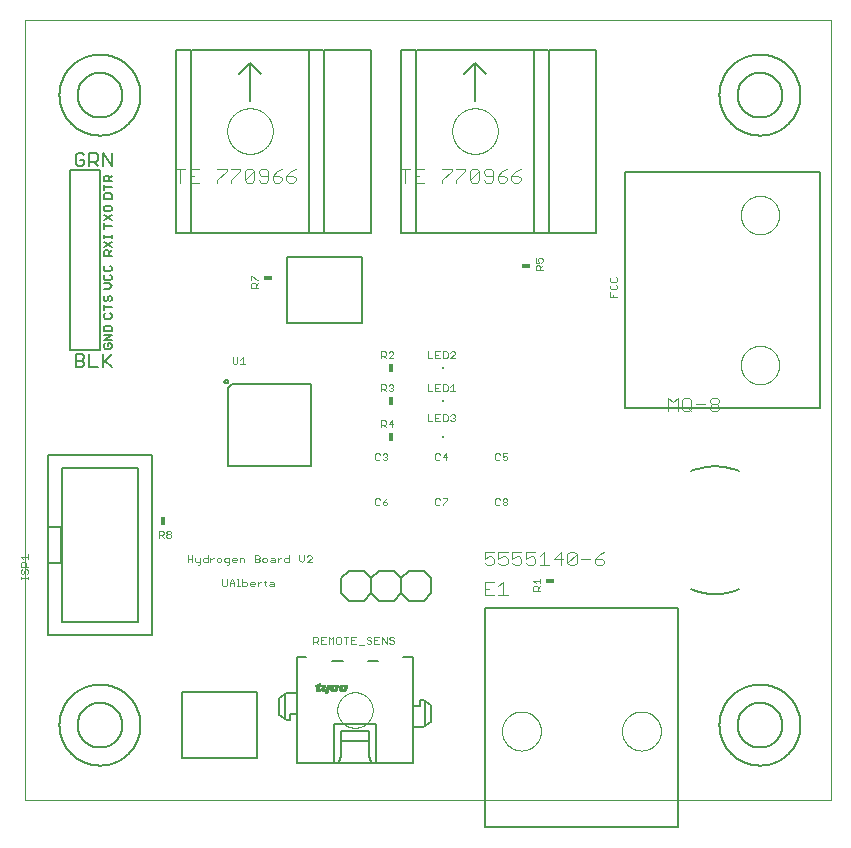
<source format=gto>
G75*
%MOIN*%
%OFA0B0*%
%FSLAX25Y25*%
%IPPOS*%
%LPD*%
%AMOC8*
5,1,8,0,0,1.08239X$1,22.5*
%
%ADD10C,0.00000*%
%ADD11C,0.00400*%
%ADD12C,0.00500*%
%ADD13C,0.00600*%
%ADD14C,0.00800*%
%ADD15C,0.00039*%
%ADD16R,0.00787X0.00787*%
%ADD17R,0.03000X0.01800*%
%ADD18R,0.01500X0.03000*%
%ADD19R,0.03000X0.01500*%
D10*
X0003594Y0010258D02*
X0003594Y0270219D01*
X0272294Y0270219D01*
X0272294Y0010258D01*
X0003594Y0010258D01*
X0107688Y0040258D02*
X0107690Y0040411D01*
X0107696Y0040565D01*
X0107706Y0040718D01*
X0107720Y0040870D01*
X0107738Y0041023D01*
X0107760Y0041174D01*
X0107785Y0041325D01*
X0107815Y0041476D01*
X0107849Y0041626D01*
X0107886Y0041774D01*
X0107927Y0041922D01*
X0107972Y0042068D01*
X0108021Y0042214D01*
X0108074Y0042358D01*
X0108130Y0042500D01*
X0108190Y0042641D01*
X0108254Y0042781D01*
X0108321Y0042919D01*
X0108392Y0043055D01*
X0108467Y0043189D01*
X0108544Y0043321D01*
X0108626Y0043451D01*
X0108710Y0043579D01*
X0108798Y0043705D01*
X0108889Y0043828D01*
X0108983Y0043949D01*
X0109081Y0044067D01*
X0109181Y0044183D01*
X0109285Y0044296D01*
X0109391Y0044407D01*
X0109500Y0044515D01*
X0109612Y0044620D01*
X0109726Y0044721D01*
X0109844Y0044820D01*
X0109963Y0044916D01*
X0110085Y0045009D01*
X0110210Y0045098D01*
X0110337Y0045185D01*
X0110466Y0045267D01*
X0110597Y0045347D01*
X0110730Y0045423D01*
X0110865Y0045496D01*
X0111002Y0045565D01*
X0111141Y0045630D01*
X0111281Y0045692D01*
X0111423Y0045750D01*
X0111566Y0045805D01*
X0111711Y0045856D01*
X0111857Y0045903D01*
X0112004Y0045946D01*
X0112152Y0045985D01*
X0112301Y0046021D01*
X0112451Y0046052D01*
X0112602Y0046080D01*
X0112753Y0046104D01*
X0112906Y0046124D01*
X0113058Y0046140D01*
X0113211Y0046152D01*
X0113364Y0046160D01*
X0113517Y0046164D01*
X0113671Y0046164D01*
X0113824Y0046160D01*
X0113977Y0046152D01*
X0114130Y0046140D01*
X0114282Y0046124D01*
X0114435Y0046104D01*
X0114586Y0046080D01*
X0114737Y0046052D01*
X0114887Y0046021D01*
X0115036Y0045985D01*
X0115184Y0045946D01*
X0115331Y0045903D01*
X0115477Y0045856D01*
X0115622Y0045805D01*
X0115765Y0045750D01*
X0115907Y0045692D01*
X0116047Y0045630D01*
X0116186Y0045565D01*
X0116323Y0045496D01*
X0116458Y0045423D01*
X0116591Y0045347D01*
X0116722Y0045267D01*
X0116851Y0045185D01*
X0116978Y0045098D01*
X0117103Y0045009D01*
X0117225Y0044916D01*
X0117344Y0044820D01*
X0117462Y0044721D01*
X0117576Y0044620D01*
X0117688Y0044515D01*
X0117797Y0044407D01*
X0117903Y0044296D01*
X0118007Y0044183D01*
X0118107Y0044067D01*
X0118205Y0043949D01*
X0118299Y0043828D01*
X0118390Y0043705D01*
X0118478Y0043579D01*
X0118562Y0043451D01*
X0118644Y0043321D01*
X0118721Y0043189D01*
X0118796Y0043055D01*
X0118867Y0042919D01*
X0118934Y0042781D01*
X0118998Y0042641D01*
X0119058Y0042500D01*
X0119114Y0042358D01*
X0119167Y0042214D01*
X0119216Y0042068D01*
X0119261Y0041922D01*
X0119302Y0041774D01*
X0119339Y0041626D01*
X0119373Y0041476D01*
X0119403Y0041325D01*
X0119428Y0041174D01*
X0119450Y0041023D01*
X0119468Y0040870D01*
X0119482Y0040718D01*
X0119492Y0040565D01*
X0119498Y0040411D01*
X0119500Y0040258D01*
X0119498Y0040105D01*
X0119492Y0039951D01*
X0119482Y0039798D01*
X0119468Y0039646D01*
X0119450Y0039493D01*
X0119428Y0039342D01*
X0119403Y0039191D01*
X0119373Y0039040D01*
X0119339Y0038890D01*
X0119302Y0038742D01*
X0119261Y0038594D01*
X0119216Y0038448D01*
X0119167Y0038302D01*
X0119114Y0038158D01*
X0119058Y0038016D01*
X0118998Y0037875D01*
X0118934Y0037735D01*
X0118867Y0037597D01*
X0118796Y0037461D01*
X0118721Y0037327D01*
X0118644Y0037195D01*
X0118562Y0037065D01*
X0118478Y0036937D01*
X0118390Y0036811D01*
X0118299Y0036688D01*
X0118205Y0036567D01*
X0118107Y0036449D01*
X0118007Y0036333D01*
X0117903Y0036220D01*
X0117797Y0036109D01*
X0117688Y0036001D01*
X0117576Y0035896D01*
X0117462Y0035795D01*
X0117344Y0035696D01*
X0117225Y0035600D01*
X0117103Y0035507D01*
X0116978Y0035418D01*
X0116851Y0035331D01*
X0116722Y0035249D01*
X0116591Y0035169D01*
X0116458Y0035093D01*
X0116323Y0035020D01*
X0116186Y0034951D01*
X0116047Y0034886D01*
X0115907Y0034824D01*
X0115765Y0034766D01*
X0115622Y0034711D01*
X0115477Y0034660D01*
X0115331Y0034613D01*
X0115184Y0034570D01*
X0115036Y0034531D01*
X0114887Y0034495D01*
X0114737Y0034464D01*
X0114586Y0034436D01*
X0114435Y0034412D01*
X0114282Y0034392D01*
X0114130Y0034376D01*
X0113977Y0034364D01*
X0113824Y0034356D01*
X0113671Y0034352D01*
X0113517Y0034352D01*
X0113364Y0034356D01*
X0113211Y0034364D01*
X0113058Y0034376D01*
X0112906Y0034392D01*
X0112753Y0034412D01*
X0112602Y0034436D01*
X0112451Y0034464D01*
X0112301Y0034495D01*
X0112152Y0034531D01*
X0112004Y0034570D01*
X0111857Y0034613D01*
X0111711Y0034660D01*
X0111566Y0034711D01*
X0111423Y0034766D01*
X0111281Y0034824D01*
X0111141Y0034886D01*
X0111002Y0034951D01*
X0110865Y0035020D01*
X0110730Y0035093D01*
X0110597Y0035169D01*
X0110466Y0035249D01*
X0110337Y0035331D01*
X0110210Y0035418D01*
X0110085Y0035507D01*
X0109963Y0035600D01*
X0109844Y0035696D01*
X0109726Y0035795D01*
X0109612Y0035896D01*
X0109500Y0036001D01*
X0109391Y0036109D01*
X0109285Y0036220D01*
X0109181Y0036333D01*
X0109081Y0036449D01*
X0108983Y0036567D01*
X0108889Y0036688D01*
X0108798Y0036811D01*
X0108710Y0036937D01*
X0108626Y0037065D01*
X0108544Y0037195D01*
X0108467Y0037327D01*
X0108392Y0037461D01*
X0108321Y0037597D01*
X0108254Y0037735D01*
X0108190Y0037875D01*
X0108130Y0038016D01*
X0108074Y0038158D01*
X0108021Y0038302D01*
X0107972Y0038448D01*
X0107927Y0038594D01*
X0107886Y0038742D01*
X0107849Y0038890D01*
X0107815Y0039040D01*
X0107785Y0039191D01*
X0107760Y0039342D01*
X0107738Y0039493D01*
X0107720Y0039646D01*
X0107706Y0039798D01*
X0107696Y0039951D01*
X0107690Y0040105D01*
X0107688Y0040258D01*
X0162578Y0033258D02*
X0162580Y0033419D01*
X0162586Y0033579D01*
X0162596Y0033740D01*
X0162610Y0033900D01*
X0162628Y0034059D01*
X0162649Y0034219D01*
X0162675Y0034377D01*
X0162705Y0034535D01*
X0162738Y0034692D01*
X0162776Y0034849D01*
X0162817Y0035004D01*
X0162862Y0035158D01*
X0162911Y0035311D01*
X0162964Y0035463D01*
X0163020Y0035613D01*
X0163080Y0035762D01*
X0163144Y0035910D01*
X0163211Y0036056D01*
X0163282Y0036200D01*
X0163357Y0036342D01*
X0163435Y0036483D01*
X0163516Y0036621D01*
X0163601Y0036758D01*
X0163690Y0036892D01*
X0163781Y0037024D01*
X0163876Y0037154D01*
X0163974Y0037281D01*
X0164075Y0037406D01*
X0164179Y0037529D01*
X0164286Y0037648D01*
X0164396Y0037765D01*
X0164509Y0037880D01*
X0164625Y0037991D01*
X0164743Y0038100D01*
X0164864Y0038205D01*
X0164988Y0038308D01*
X0165114Y0038408D01*
X0165243Y0038504D01*
X0165374Y0038597D01*
X0165507Y0038687D01*
X0165642Y0038774D01*
X0165780Y0038857D01*
X0165919Y0038936D01*
X0166061Y0039013D01*
X0166204Y0039086D01*
X0166349Y0039155D01*
X0166496Y0039220D01*
X0166644Y0039282D01*
X0166794Y0039341D01*
X0166945Y0039395D01*
X0167097Y0039446D01*
X0167251Y0039493D01*
X0167406Y0039536D01*
X0167561Y0039575D01*
X0167718Y0039611D01*
X0167876Y0039643D01*
X0168034Y0039670D01*
X0168193Y0039694D01*
X0168352Y0039714D01*
X0168512Y0039730D01*
X0168673Y0039742D01*
X0168833Y0039750D01*
X0168994Y0039754D01*
X0169154Y0039754D01*
X0169315Y0039750D01*
X0169475Y0039742D01*
X0169636Y0039730D01*
X0169796Y0039714D01*
X0169955Y0039694D01*
X0170114Y0039670D01*
X0170272Y0039643D01*
X0170430Y0039611D01*
X0170587Y0039575D01*
X0170742Y0039536D01*
X0170897Y0039493D01*
X0171051Y0039446D01*
X0171203Y0039395D01*
X0171354Y0039341D01*
X0171504Y0039282D01*
X0171652Y0039220D01*
X0171799Y0039155D01*
X0171944Y0039086D01*
X0172087Y0039013D01*
X0172229Y0038936D01*
X0172368Y0038857D01*
X0172506Y0038774D01*
X0172641Y0038687D01*
X0172774Y0038597D01*
X0172905Y0038504D01*
X0173034Y0038408D01*
X0173160Y0038308D01*
X0173284Y0038205D01*
X0173405Y0038100D01*
X0173523Y0037991D01*
X0173639Y0037880D01*
X0173752Y0037765D01*
X0173862Y0037648D01*
X0173969Y0037529D01*
X0174073Y0037406D01*
X0174174Y0037281D01*
X0174272Y0037154D01*
X0174367Y0037024D01*
X0174458Y0036892D01*
X0174547Y0036758D01*
X0174632Y0036621D01*
X0174713Y0036483D01*
X0174791Y0036342D01*
X0174866Y0036200D01*
X0174937Y0036056D01*
X0175004Y0035910D01*
X0175068Y0035762D01*
X0175128Y0035613D01*
X0175184Y0035463D01*
X0175237Y0035311D01*
X0175286Y0035158D01*
X0175331Y0035004D01*
X0175372Y0034849D01*
X0175410Y0034692D01*
X0175443Y0034535D01*
X0175473Y0034377D01*
X0175499Y0034219D01*
X0175520Y0034059D01*
X0175538Y0033900D01*
X0175552Y0033740D01*
X0175562Y0033579D01*
X0175568Y0033419D01*
X0175570Y0033258D01*
X0175568Y0033097D01*
X0175562Y0032937D01*
X0175552Y0032776D01*
X0175538Y0032616D01*
X0175520Y0032457D01*
X0175499Y0032297D01*
X0175473Y0032139D01*
X0175443Y0031981D01*
X0175410Y0031824D01*
X0175372Y0031667D01*
X0175331Y0031512D01*
X0175286Y0031358D01*
X0175237Y0031205D01*
X0175184Y0031053D01*
X0175128Y0030903D01*
X0175068Y0030754D01*
X0175004Y0030606D01*
X0174937Y0030460D01*
X0174866Y0030316D01*
X0174791Y0030174D01*
X0174713Y0030033D01*
X0174632Y0029895D01*
X0174547Y0029758D01*
X0174458Y0029624D01*
X0174367Y0029492D01*
X0174272Y0029362D01*
X0174174Y0029235D01*
X0174073Y0029110D01*
X0173969Y0028987D01*
X0173862Y0028868D01*
X0173752Y0028751D01*
X0173639Y0028636D01*
X0173523Y0028525D01*
X0173405Y0028416D01*
X0173284Y0028311D01*
X0173160Y0028208D01*
X0173034Y0028108D01*
X0172905Y0028012D01*
X0172774Y0027919D01*
X0172641Y0027829D01*
X0172506Y0027742D01*
X0172368Y0027659D01*
X0172229Y0027580D01*
X0172087Y0027503D01*
X0171944Y0027430D01*
X0171799Y0027361D01*
X0171652Y0027296D01*
X0171504Y0027234D01*
X0171354Y0027175D01*
X0171203Y0027121D01*
X0171051Y0027070D01*
X0170897Y0027023D01*
X0170742Y0026980D01*
X0170587Y0026941D01*
X0170430Y0026905D01*
X0170272Y0026873D01*
X0170114Y0026846D01*
X0169955Y0026822D01*
X0169796Y0026802D01*
X0169636Y0026786D01*
X0169475Y0026774D01*
X0169315Y0026766D01*
X0169154Y0026762D01*
X0168994Y0026762D01*
X0168833Y0026766D01*
X0168673Y0026774D01*
X0168512Y0026786D01*
X0168352Y0026802D01*
X0168193Y0026822D01*
X0168034Y0026846D01*
X0167876Y0026873D01*
X0167718Y0026905D01*
X0167561Y0026941D01*
X0167406Y0026980D01*
X0167251Y0027023D01*
X0167097Y0027070D01*
X0166945Y0027121D01*
X0166794Y0027175D01*
X0166644Y0027234D01*
X0166496Y0027296D01*
X0166349Y0027361D01*
X0166204Y0027430D01*
X0166061Y0027503D01*
X0165919Y0027580D01*
X0165780Y0027659D01*
X0165642Y0027742D01*
X0165507Y0027829D01*
X0165374Y0027919D01*
X0165243Y0028012D01*
X0165114Y0028108D01*
X0164988Y0028208D01*
X0164864Y0028311D01*
X0164743Y0028416D01*
X0164625Y0028525D01*
X0164509Y0028636D01*
X0164396Y0028751D01*
X0164286Y0028868D01*
X0164179Y0028987D01*
X0164075Y0029110D01*
X0163974Y0029235D01*
X0163876Y0029362D01*
X0163781Y0029492D01*
X0163690Y0029624D01*
X0163601Y0029758D01*
X0163516Y0029895D01*
X0163435Y0030033D01*
X0163357Y0030174D01*
X0163282Y0030316D01*
X0163211Y0030460D01*
X0163144Y0030606D01*
X0163080Y0030754D01*
X0163020Y0030903D01*
X0162964Y0031053D01*
X0162911Y0031205D01*
X0162862Y0031358D01*
X0162817Y0031512D01*
X0162776Y0031667D01*
X0162738Y0031824D01*
X0162705Y0031981D01*
X0162675Y0032139D01*
X0162649Y0032297D01*
X0162628Y0032457D01*
X0162610Y0032616D01*
X0162596Y0032776D01*
X0162586Y0032937D01*
X0162580Y0033097D01*
X0162578Y0033258D01*
X0202578Y0033258D02*
X0202580Y0033419D01*
X0202586Y0033579D01*
X0202596Y0033740D01*
X0202610Y0033900D01*
X0202628Y0034059D01*
X0202649Y0034219D01*
X0202675Y0034377D01*
X0202705Y0034535D01*
X0202738Y0034692D01*
X0202776Y0034849D01*
X0202817Y0035004D01*
X0202862Y0035158D01*
X0202911Y0035311D01*
X0202964Y0035463D01*
X0203020Y0035613D01*
X0203080Y0035762D01*
X0203144Y0035910D01*
X0203211Y0036056D01*
X0203282Y0036200D01*
X0203357Y0036342D01*
X0203435Y0036483D01*
X0203516Y0036621D01*
X0203601Y0036758D01*
X0203690Y0036892D01*
X0203781Y0037024D01*
X0203876Y0037154D01*
X0203974Y0037281D01*
X0204075Y0037406D01*
X0204179Y0037529D01*
X0204286Y0037648D01*
X0204396Y0037765D01*
X0204509Y0037880D01*
X0204625Y0037991D01*
X0204743Y0038100D01*
X0204864Y0038205D01*
X0204988Y0038308D01*
X0205114Y0038408D01*
X0205243Y0038504D01*
X0205374Y0038597D01*
X0205507Y0038687D01*
X0205642Y0038774D01*
X0205780Y0038857D01*
X0205919Y0038936D01*
X0206061Y0039013D01*
X0206204Y0039086D01*
X0206349Y0039155D01*
X0206496Y0039220D01*
X0206644Y0039282D01*
X0206794Y0039341D01*
X0206945Y0039395D01*
X0207097Y0039446D01*
X0207251Y0039493D01*
X0207406Y0039536D01*
X0207561Y0039575D01*
X0207718Y0039611D01*
X0207876Y0039643D01*
X0208034Y0039670D01*
X0208193Y0039694D01*
X0208352Y0039714D01*
X0208512Y0039730D01*
X0208673Y0039742D01*
X0208833Y0039750D01*
X0208994Y0039754D01*
X0209154Y0039754D01*
X0209315Y0039750D01*
X0209475Y0039742D01*
X0209636Y0039730D01*
X0209796Y0039714D01*
X0209955Y0039694D01*
X0210114Y0039670D01*
X0210272Y0039643D01*
X0210430Y0039611D01*
X0210587Y0039575D01*
X0210742Y0039536D01*
X0210897Y0039493D01*
X0211051Y0039446D01*
X0211203Y0039395D01*
X0211354Y0039341D01*
X0211504Y0039282D01*
X0211652Y0039220D01*
X0211799Y0039155D01*
X0211944Y0039086D01*
X0212087Y0039013D01*
X0212229Y0038936D01*
X0212368Y0038857D01*
X0212506Y0038774D01*
X0212641Y0038687D01*
X0212774Y0038597D01*
X0212905Y0038504D01*
X0213034Y0038408D01*
X0213160Y0038308D01*
X0213284Y0038205D01*
X0213405Y0038100D01*
X0213523Y0037991D01*
X0213639Y0037880D01*
X0213752Y0037765D01*
X0213862Y0037648D01*
X0213969Y0037529D01*
X0214073Y0037406D01*
X0214174Y0037281D01*
X0214272Y0037154D01*
X0214367Y0037024D01*
X0214458Y0036892D01*
X0214547Y0036758D01*
X0214632Y0036621D01*
X0214713Y0036483D01*
X0214791Y0036342D01*
X0214866Y0036200D01*
X0214937Y0036056D01*
X0215004Y0035910D01*
X0215068Y0035762D01*
X0215128Y0035613D01*
X0215184Y0035463D01*
X0215237Y0035311D01*
X0215286Y0035158D01*
X0215331Y0035004D01*
X0215372Y0034849D01*
X0215410Y0034692D01*
X0215443Y0034535D01*
X0215473Y0034377D01*
X0215499Y0034219D01*
X0215520Y0034059D01*
X0215538Y0033900D01*
X0215552Y0033740D01*
X0215562Y0033579D01*
X0215568Y0033419D01*
X0215570Y0033258D01*
X0215568Y0033097D01*
X0215562Y0032937D01*
X0215552Y0032776D01*
X0215538Y0032616D01*
X0215520Y0032457D01*
X0215499Y0032297D01*
X0215473Y0032139D01*
X0215443Y0031981D01*
X0215410Y0031824D01*
X0215372Y0031667D01*
X0215331Y0031512D01*
X0215286Y0031358D01*
X0215237Y0031205D01*
X0215184Y0031053D01*
X0215128Y0030903D01*
X0215068Y0030754D01*
X0215004Y0030606D01*
X0214937Y0030460D01*
X0214866Y0030316D01*
X0214791Y0030174D01*
X0214713Y0030033D01*
X0214632Y0029895D01*
X0214547Y0029758D01*
X0214458Y0029624D01*
X0214367Y0029492D01*
X0214272Y0029362D01*
X0214174Y0029235D01*
X0214073Y0029110D01*
X0213969Y0028987D01*
X0213862Y0028868D01*
X0213752Y0028751D01*
X0213639Y0028636D01*
X0213523Y0028525D01*
X0213405Y0028416D01*
X0213284Y0028311D01*
X0213160Y0028208D01*
X0213034Y0028108D01*
X0212905Y0028012D01*
X0212774Y0027919D01*
X0212641Y0027829D01*
X0212506Y0027742D01*
X0212368Y0027659D01*
X0212229Y0027580D01*
X0212087Y0027503D01*
X0211944Y0027430D01*
X0211799Y0027361D01*
X0211652Y0027296D01*
X0211504Y0027234D01*
X0211354Y0027175D01*
X0211203Y0027121D01*
X0211051Y0027070D01*
X0210897Y0027023D01*
X0210742Y0026980D01*
X0210587Y0026941D01*
X0210430Y0026905D01*
X0210272Y0026873D01*
X0210114Y0026846D01*
X0209955Y0026822D01*
X0209796Y0026802D01*
X0209636Y0026786D01*
X0209475Y0026774D01*
X0209315Y0026766D01*
X0209154Y0026762D01*
X0208994Y0026762D01*
X0208833Y0026766D01*
X0208673Y0026774D01*
X0208512Y0026786D01*
X0208352Y0026802D01*
X0208193Y0026822D01*
X0208034Y0026846D01*
X0207876Y0026873D01*
X0207718Y0026905D01*
X0207561Y0026941D01*
X0207406Y0026980D01*
X0207251Y0027023D01*
X0207097Y0027070D01*
X0206945Y0027121D01*
X0206794Y0027175D01*
X0206644Y0027234D01*
X0206496Y0027296D01*
X0206349Y0027361D01*
X0206204Y0027430D01*
X0206061Y0027503D01*
X0205919Y0027580D01*
X0205780Y0027659D01*
X0205642Y0027742D01*
X0205507Y0027829D01*
X0205374Y0027919D01*
X0205243Y0028012D01*
X0205114Y0028108D01*
X0204988Y0028208D01*
X0204864Y0028311D01*
X0204743Y0028416D01*
X0204625Y0028525D01*
X0204509Y0028636D01*
X0204396Y0028751D01*
X0204286Y0028868D01*
X0204179Y0028987D01*
X0204075Y0029110D01*
X0203974Y0029235D01*
X0203876Y0029362D01*
X0203781Y0029492D01*
X0203690Y0029624D01*
X0203601Y0029758D01*
X0203516Y0029895D01*
X0203435Y0030033D01*
X0203357Y0030174D01*
X0203282Y0030316D01*
X0203211Y0030460D01*
X0203144Y0030606D01*
X0203080Y0030754D01*
X0203020Y0030903D01*
X0202964Y0031053D01*
X0202911Y0031205D01*
X0202862Y0031358D01*
X0202817Y0031512D01*
X0202776Y0031667D01*
X0202738Y0031824D01*
X0202705Y0031981D01*
X0202675Y0032139D01*
X0202649Y0032297D01*
X0202628Y0032457D01*
X0202610Y0032616D01*
X0202596Y0032776D01*
X0202586Y0032937D01*
X0202580Y0033097D01*
X0202578Y0033258D01*
X0242196Y0155258D02*
X0242198Y0155418D01*
X0242204Y0155577D01*
X0242214Y0155736D01*
X0242228Y0155895D01*
X0242246Y0156054D01*
X0242267Y0156212D01*
X0242293Y0156369D01*
X0242323Y0156526D01*
X0242356Y0156682D01*
X0242394Y0156837D01*
X0242435Y0156991D01*
X0242480Y0157144D01*
X0242529Y0157296D01*
X0242582Y0157446D01*
X0242638Y0157595D01*
X0242698Y0157743D01*
X0242762Y0157889D01*
X0242830Y0158034D01*
X0242901Y0158177D01*
X0242975Y0158318D01*
X0243053Y0158457D01*
X0243135Y0158594D01*
X0243220Y0158729D01*
X0243308Y0158862D01*
X0243399Y0158993D01*
X0243494Y0159121D01*
X0243592Y0159247D01*
X0243693Y0159371D01*
X0243797Y0159491D01*
X0243904Y0159610D01*
X0244014Y0159725D01*
X0244127Y0159838D01*
X0244242Y0159948D01*
X0244361Y0160055D01*
X0244481Y0160159D01*
X0244605Y0160260D01*
X0244731Y0160358D01*
X0244859Y0160453D01*
X0244990Y0160544D01*
X0245123Y0160632D01*
X0245258Y0160717D01*
X0245395Y0160799D01*
X0245534Y0160877D01*
X0245675Y0160951D01*
X0245818Y0161022D01*
X0245963Y0161090D01*
X0246109Y0161154D01*
X0246257Y0161214D01*
X0246406Y0161270D01*
X0246556Y0161323D01*
X0246708Y0161372D01*
X0246861Y0161417D01*
X0247015Y0161458D01*
X0247170Y0161496D01*
X0247326Y0161529D01*
X0247483Y0161559D01*
X0247640Y0161585D01*
X0247798Y0161606D01*
X0247957Y0161624D01*
X0248116Y0161638D01*
X0248275Y0161648D01*
X0248434Y0161654D01*
X0248594Y0161656D01*
X0248754Y0161654D01*
X0248913Y0161648D01*
X0249072Y0161638D01*
X0249231Y0161624D01*
X0249390Y0161606D01*
X0249548Y0161585D01*
X0249705Y0161559D01*
X0249862Y0161529D01*
X0250018Y0161496D01*
X0250173Y0161458D01*
X0250327Y0161417D01*
X0250480Y0161372D01*
X0250632Y0161323D01*
X0250782Y0161270D01*
X0250931Y0161214D01*
X0251079Y0161154D01*
X0251225Y0161090D01*
X0251370Y0161022D01*
X0251513Y0160951D01*
X0251654Y0160877D01*
X0251793Y0160799D01*
X0251930Y0160717D01*
X0252065Y0160632D01*
X0252198Y0160544D01*
X0252329Y0160453D01*
X0252457Y0160358D01*
X0252583Y0160260D01*
X0252707Y0160159D01*
X0252827Y0160055D01*
X0252946Y0159948D01*
X0253061Y0159838D01*
X0253174Y0159725D01*
X0253284Y0159610D01*
X0253391Y0159491D01*
X0253495Y0159371D01*
X0253596Y0159247D01*
X0253694Y0159121D01*
X0253789Y0158993D01*
X0253880Y0158862D01*
X0253968Y0158729D01*
X0254053Y0158594D01*
X0254135Y0158457D01*
X0254213Y0158318D01*
X0254287Y0158177D01*
X0254358Y0158034D01*
X0254426Y0157889D01*
X0254490Y0157743D01*
X0254550Y0157595D01*
X0254606Y0157446D01*
X0254659Y0157296D01*
X0254708Y0157144D01*
X0254753Y0156991D01*
X0254794Y0156837D01*
X0254832Y0156682D01*
X0254865Y0156526D01*
X0254895Y0156369D01*
X0254921Y0156212D01*
X0254942Y0156054D01*
X0254960Y0155895D01*
X0254974Y0155736D01*
X0254984Y0155577D01*
X0254990Y0155418D01*
X0254992Y0155258D01*
X0254990Y0155098D01*
X0254984Y0154939D01*
X0254974Y0154780D01*
X0254960Y0154621D01*
X0254942Y0154462D01*
X0254921Y0154304D01*
X0254895Y0154147D01*
X0254865Y0153990D01*
X0254832Y0153834D01*
X0254794Y0153679D01*
X0254753Y0153525D01*
X0254708Y0153372D01*
X0254659Y0153220D01*
X0254606Y0153070D01*
X0254550Y0152921D01*
X0254490Y0152773D01*
X0254426Y0152627D01*
X0254358Y0152482D01*
X0254287Y0152339D01*
X0254213Y0152198D01*
X0254135Y0152059D01*
X0254053Y0151922D01*
X0253968Y0151787D01*
X0253880Y0151654D01*
X0253789Y0151523D01*
X0253694Y0151395D01*
X0253596Y0151269D01*
X0253495Y0151145D01*
X0253391Y0151025D01*
X0253284Y0150906D01*
X0253174Y0150791D01*
X0253061Y0150678D01*
X0252946Y0150568D01*
X0252827Y0150461D01*
X0252707Y0150357D01*
X0252583Y0150256D01*
X0252457Y0150158D01*
X0252329Y0150063D01*
X0252198Y0149972D01*
X0252065Y0149884D01*
X0251930Y0149799D01*
X0251793Y0149717D01*
X0251654Y0149639D01*
X0251513Y0149565D01*
X0251370Y0149494D01*
X0251225Y0149426D01*
X0251079Y0149362D01*
X0250931Y0149302D01*
X0250782Y0149246D01*
X0250632Y0149193D01*
X0250480Y0149144D01*
X0250327Y0149099D01*
X0250173Y0149058D01*
X0250018Y0149020D01*
X0249862Y0148987D01*
X0249705Y0148957D01*
X0249548Y0148931D01*
X0249390Y0148910D01*
X0249231Y0148892D01*
X0249072Y0148878D01*
X0248913Y0148868D01*
X0248754Y0148862D01*
X0248594Y0148860D01*
X0248434Y0148862D01*
X0248275Y0148868D01*
X0248116Y0148878D01*
X0247957Y0148892D01*
X0247798Y0148910D01*
X0247640Y0148931D01*
X0247483Y0148957D01*
X0247326Y0148987D01*
X0247170Y0149020D01*
X0247015Y0149058D01*
X0246861Y0149099D01*
X0246708Y0149144D01*
X0246556Y0149193D01*
X0246406Y0149246D01*
X0246257Y0149302D01*
X0246109Y0149362D01*
X0245963Y0149426D01*
X0245818Y0149494D01*
X0245675Y0149565D01*
X0245534Y0149639D01*
X0245395Y0149717D01*
X0245258Y0149799D01*
X0245123Y0149884D01*
X0244990Y0149972D01*
X0244859Y0150063D01*
X0244731Y0150158D01*
X0244605Y0150256D01*
X0244481Y0150357D01*
X0244361Y0150461D01*
X0244242Y0150568D01*
X0244127Y0150678D01*
X0244014Y0150791D01*
X0243904Y0150906D01*
X0243797Y0151025D01*
X0243693Y0151145D01*
X0243592Y0151269D01*
X0243494Y0151395D01*
X0243399Y0151523D01*
X0243308Y0151654D01*
X0243220Y0151787D01*
X0243135Y0151922D01*
X0243053Y0152059D01*
X0242975Y0152198D01*
X0242901Y0152339D01*
X0242830Y0152482D01*
X0242762Y0152627D01*
X0242698Y0152773D01*
X0242638Y0152921D01*
X0242582Y0153070D01*
X0242529Y0153220D01*
X0242480Y0153372D01*
X0242435Y0153525D01*
X0242394Y0153679D01*
X0242356Y0153834D01*
X0242323Y0153990D01*
X0242293Y0154147D01*
X0242267Y0154304D01*
X0242246Y0154462D01*
X0242228Y0154621D01*
X0242214Y0154780D01*
X0242204Y0154939D01*
X0242198Y0155098D01*
X0242196Y0155258D01*
X0242196Y0205258D02*
X0242198Y0205418D01*
X0242204Y0205577D01*
X0242214Y0205736D01*
X0242228Y0205895D01*
X0242246Y0206054D01*
X0242267Y0206212D01*
X0242293Y0206369D01*
X0242323Y0206526D01*
X0242356Y0206682D01*
X0242394Y0206837D01*
X0242435Y0206991D01*
X0242480Y0207144D01*
X0242529Y0207296D01*
X0242582Y0207446D01*
X0242638Y0207595D01*
X0242698Y0207743D01*
X0242762Y0207889D01*
X0242830Y0208034D01*
X0242901Y0208177D01*
X0242975Y0208318D01*
X0243053Y0208457D01*
X0243135Y0208594D01*
X0243220Y0208729D01*
X0243308Y0208862D01*
X0243399Y0208993D01*
X0243494Y0209121D01*
X0243592Y0209247D01*
X0243693Y0209371D01*
X0243797Y0209491D01*
X0243904Y0209610D01*
X0244014Y0209725D01*
X0244127Y0209838D01*
X0244242Y0209948D01*
X0244361Y0210055D01*
X0244481Y0210159D01*
X0244605Y0210260D01*
X0244731Y0210358D01*
X0244859Y0210453D01*
X0244990Y0210544D01*
X0245123Y0210632D01*
X0245258Y0210717D01*
X0245395Y0210799D01*
X0245534Y0210877D01*
X0245675Y0210951D01*
X0245818Y0211022D01*
X0245963Y0211090D01*
X0246109Y0211154D01*
X0246257Y0211214D01*
X0246406Y0211270D01*
X0246556Y0211323D01*
X0246708Y0211372D01*
X0246861Y0211417D01*
X0247015Y0211458D01*
X0247170Y0211496D01*
X0247326Y0211529D01*
X0247483Y0211559D01*
X0247640Y0211585D01*
X0247798Y0211606D01*
X0247957Y0211624D01*
X0248116Y0211638D01*
X0248275Y0211648D01*
X0248434Y0211654D01*
X0248594Y0211656D01*
X0248754Y0211654D01*
X0248913Y0211648D01*
X0249072Y0211638D01*
X0249231Y0211624D01*
X0249390Y0211606D01*
X0249548Y0211585D01*
X0249705Y0211559D01*
X0249862Y0211529D01*
X0250018Y0211496D01*
X0250173Y0211458D01*
X0250327Y0211417D01*
X0250480Y0211372D01*
X0250632Y0211323D01*
X0250782Y0211270D01*
X0250931Y0211214D01*
X0251079Y0211154D01*
X0251225Y0211090D01*
X0251370Y0211022D01*
X0251513Y0210951D01*
X0251654Y0210877D01*
X0251793Y0210799D01*
X0251930Y0210717D01*
X0252065Y0210632D01*
X0252198Y0210544D01*
X0252329Y0210453D01*
X0252457Y0210358D01*
X0252583Y0210260D01*
X0252707Y0210159D01*
X0252827Y0210055D01*
X0252946Y0209948D01*
X0253061Y0209838D01*
X0253174Y0209725D01*
X0253284Y0209610D01*
X0253391Y0209491D01*
X0253495Y0209371D01*
X0253596Y0209247D01*
X0253694Y0209121D01*
X0253789Y0208993D01*
X0253880Y0208862D01*
X0253968Y0208729D01*
X0254053Y0208594D01*
X0254135Y0208457D01*
X0254213Y0208318D01*
X0254287Y0208177D01*
X0254358Y0208034D01*
X0254426Y0207889D01*
X0254490Y0207743D01*
X0254550Y0207595D01*
X0254606Y0207446D01*
X0254659Y0207296D01*
X0254708Y0207144D01*
X0254753Y0206991D01*
X0254794Y0206837D01*
X0254832Y0206682D01*
X0254865Y0206526D01*
X0254895Y0206369D01*
X0254921Y0206212D01*
X0254942Y0206054D01*
X0254960Y0205895D01*
X0254974Y0205736D01*
X0254984Y0205577D01*
X0254990Y0205418D01*
X0254992Y0205258D01*
X0254990Y0205098D01*
X0254984Y0204939D01*
X0254974Y0204780D01*
X0254960Y0204621D01*
X0254942Y0204462D01*
X0254921Y0204304D01*
X0254895Y0204147D01*
X0254865Y0203990D01*
X0254832Y0203834D01*
X0254794Y0203679D01*
X0254753Y0203525D01*
X0254708Y0203372D01*
X0254659Y0203220D01*
X0254606Y0203070D01*
X0254550Y0202921D01*
X0254490Y0202773D01*
X0254426Y0202627D01*
X0254358Y0202482D01*
X0254287Y0202339D01*
X0254213Y0202198D01*
X0254135Y0202059D01*
X0254053Y0201922D01*
X0253968Y0201787D01*
X0253880Y0201654D01*
X0253789Y0201523D01*
X0253694Y0201395D01*
X0253596Y0201269D01*
X0253495Y0201145D01*
X0253391Y0201025D01*
X0253284Y0200906D01*
X0253174Y0200791D01*
X0253061Y0200678D01*
X0252946Y0200568D01*
X0252827Y0200461D01*
X0252707Y0200357D01*
X0252583Y0200256D01*
X0252457Y0200158D01*
X0252329Y0200063D01*
X0252198Y0199972D01*
X0252065Y0199884D01*
X0251930Y0199799D01*
X0251793Y0199717D01*
X0251654Y0199639D01*
X0251513Y0199565D01*
X0251370Y0199494D01*
X0251225Y0199426D01*
X0251079Y0199362D01*
X0250931Y0199302D01*
X0250782Y0199246D01*
X0250632Y0199193D01*
X0250480Y0199144D01*
X0250327Y0199099D01*
X0250173Y0199058D01*
X0250018Y0199020D01*
X0249862Y0198987D01*
X0249705Y0198957D01*
X0249548Y0198931D01*
X0249390Y0198910D01*
X0249231Y0198892D01*
X0249072Y0198878D01*
X0248913Y0198868D01*
X0248754Y0198862D01*
X0248594Y0198860D01*
X0248434Y0198862D01*
X0248275Y0198868D01*
X0248116Y0198878D01*
X0247957Y0198892D01*
X0247798Y0198910D01*
X0247640Y0198931D01*
X0247483Y0198957D01*
X0247326Y0198987D01*
X0247170Y0199020D01*
X0247015Y0199058D01*
X0246861Y0199099D01*
X0246708Y0199144D01*
X0246556Y0199193D01*
X0246406Y0199246D01*
X0246257Y0199302D01*
X0246109Y0199362D01*
X0245963Y0199426D01*
X0245818Y0199494D01*
X0245675Y0199565D01*
X0245534Y0199639D01*
X0245395Y0199717D01*
X0245258Y0199799D01*
X0245123Y0199884D01*
X0244990Y0199972D01*
X0244859Y0200063D01*
X0244731Y0200158D01*
X0244605Y0200256D01*
X0244481Y0200357D01*
X0244361Y0200461D01*
X0244242Y0200568D01*
X0244127Y0200678D01*
X0244014Y0200791D01*
X0243904Y0200906D01*
X0243797Y0201025D01*
X0243693Y0201145D01*
X0243592Y0201269D01*
X0243494Y0201395D01*
X0243399Y0201523D01*
X0243308Y0201654D01*
X0243220Y0201787D01*
X0243135Y0201922D01*
X0243053Y0202059D01*
X0242975Y0202198D01*
X0242901Y0202339D01*
X0242830Y0202482D01*
X0242762Y0202627D01*
X0242698Y0202773D01*
X0242638Y0202921D01*
X0242582Y0203070D01*
X0242529Y0203220D01*
X0242480Y0203372D01*
X0242435Y0203525D01*
X0242394Y0203679D01*
X0242356Y0203834D01*
X0242323Y0203990D01*
X0242293Y0204147D01*
X0242267Y0204304D01*
X0242246Y0204462D01*
X0242228Y0204621D01*
X0242214Y0204780D01*
X0242204Y0204939D01*
X0242198Y0205098D01*
X0242196Y0205258D01*
X0145996Y0233250D02*
X0145998Y0233436D01*
X0146005Y0233623D01*
X0146017Y0233809D01*
X0146033Y0233995D01*
X0146053Y0234180D01*
X0146078Y0234365D01*
X0146108Y0234549D01*
X0146142Y0234732D01*
X0146181Y0234915D01*
X0146224Y0235096D01*
X0146271Y0235276D01*
X0146323Y0235456D01*
X0146379Y0235633D01*
X0146440Y0235810D01*
X0146505Y0235984D01*
X0146574Y0236158D01*
X0146648Y0236329D01*
X0146725Y0236499D01*
X0146807Y0236666D01*
X0146893Y0236832D01*
X0146983Y0236995D01*
X0147077Y0237156D01*
X0147175Y0237315D01*
X0147276Y0237471D01*
X0147382Y0237625D01*
X0147491Y0237776D01*
X0147604Y0237925D01*
X0147721Y0238070D01*
X0147841Y0238213D01*
X0147964Y0238353D01*
X0148091Y0238489D01*
X0148221Y0238623D01*
X0148355Y0238753D01*
X0148491Y0238880D01*
X0148631Y0239003D01*
X0148774Y0239123D01*
X0148919Y0239240D01*
X0149068Y0239353D01*
X0149219Y0239462D01*
X0149373Y0239568D01*
X0149529Y0239669D01*
X0149688Y0239767D01*
X0149849Y0239861D01*
X0150012Y0239951D01*
X0150178Y0240037D01*
X0150345Y0240119D01*
X0150515Y0240196D01*
X0150686Y0240270D01*
X0150860Y0240339D01*
X0151034Y0240404D01*
X0151211Y0240465D01*
X0151388Y0240521D01*
X0151568Y0240573D01*
X0151748Y0240620D01*
X0151929Y0240663D01*
X0152112Y0240702D01*
X0152295Y0240736D01*
X0152479Y0240766D01*
X0152664Y0240791D01*
X0152849Y0240811D01*
X0153035Y0240827D01*
X0153221Y0240839D01*
X0153408Y0240846D01*
X0153594Y0240848D01*
X0153780Y0240846D01*
X0153967Y0240839D01*
X0154153Y0240827D01*
X0154339Y0240811D01*
X0154524Y0240791D01*
X0154709Y0240766D01*
X0154893Y0240736D01*
X0155076Y0240702D01*
X0155259Y0240663D01*
X0155440Y0240620D01*
X0155620Y0240573D01*
X0155800Y0240521D01*
X0155977Y0240465D01*
X0156154Y0240404D01*
X0156328Y0240339D01*
X0156502Y0240270D01*
X0156673Y0240196D01*
X0156843Y0240119D01*
X0157010Y0240037D01*
X0157176Y0239951D01*
X0157339Y0239861D01*
X0157500Y0239767D01*
X0157659Y0239669D01*
X0157815Y0239568D01*
X0157969Y0239462D01*
X0158120Y0239353D01*
X0158269Y0239240D01*
X0158414Y0239123D01*
X0158557Y0239003D01*
X0158697Y0238880D01*
X0158833Y0238753D01*
X0158967Y0238623D01*
X0159097Y0238489D01*
X0159224Y0238353D01*
X0159347Y0238213D01*
X0159467Y0238070D01*
X0159584Y0237925D01*
X0159697Y0237776D01*
X0159806Y0237625D01*
X0159912Y0237471D01*
X0160013Y0237315D01*
X0160111Y0237156D01*
X0160205Y0236995D01*
X0160295Y0236832D01*
X0160381Y0236666D01*
X0160463Y0236499D01*
X0160540Y0236329D01*
X0160614Y0236158D01*
X0160683Y0235984D01*
X0160748Y0235810D01*
X0160809Y0235633D01*
X0160865Y0235456D01*
X0160917Y0235276D01*
X0160964Y0235096D01*
X0161007Y0234915D01*
X0161046Y0234732D01*
X0161080Y0234549D01*
X0161110Y0234365D01*
X0161135Y0234180D01*
X0161155Y0233995D01*
X0161171Y0233809D01*
X0161183Y0233623D01*
X0161190Y0233436D01*
X0161192Y0233250D01*
X0161190Y0233064D01*
X0161183Y0232877D01*
X0161171Y0232691D01*
X0161155Y0232505D01*
X0161135Y0232320D01*
X0161110Y0232135D01*
X0161080Y0231951D01*
X0161046Y0231768D01*
X0161007Y0231585D01*
X0160964Y0231404D01*
X0160917Y0231224D01*
X0160865Y0231044D01*
X0160809Y0230867D01*
X0160748Y0230690D01*
X0160683Y0230516D01*
X0160614Y0230342D01*
X0160540Y0230171D01*
X0160463Y0230001D01*
X0160381Y0229834D01*
X0160295Y0229668D01*
X0160205Y0229505D01*
X0160111Y0229344D01*
X0160013Y0229185D01*
X0159912Y0229029D01*
X0159806Y0228875D01*
X0159697Y0228724D01*
X0159584Y0228575D01*
X0159467Y0228430D01*
X0159347Y0228287D01*
X0159224Y0228147D01*
X0159097Y0228011D01*
X0158967Y0227877D01*
X0158833Y0227747D01*
X0158697Y0227620D01*
X0158557Y0227497D01*
X0158414Y0227377D01*
X0158269Y0227260D01*
X0158120Y0227147D01*
X0157969Y0227038D01*
X0157815Y0226932D01*
X0157659Y0226831D01*
X0157500Y0226733D01*
X0157339Y0226639D01*
X0157176Y0226549D01*
X0157010Y0226463D01*
X0156843Y0226381D01*
X0156673Y0226304D01*
X0156502Y0226230D01*
X0156328Y0226161D01*
X0156154Y0226096D01*
X0155977Y0226035D01*
X0155800Y0225979D01*
X0155620Y0225927D01*
X0155440Y0225880D01*
X0155259Y0225837D01*
X0155076Y0225798D01*
X0154893Y0225764D01*
X0154709Y0225734D01*
X0154524Y0225709D01*
X0154339Y0225689D01*
X0154153Y0225673D01*
X0153967Y0225661D01*
X0153780Y0225654D01*
X0153594Y0225652D01*
X0153408Y0225654D01*
X0153221Y0225661D01*
X0153035Y0225673D01*
X0152849Y0225689D01*
X0152664Y0225709D01*
X0152479Y0225734D01*
X0152295Y0225764D01*
X0152112Y0225798D01*
X0151929Y0225837D01*
X0151748Y0225880D01*
X0151568Y0225927D01*
X0151388Y0225979D01*
X0151211Y0226035D01*
X0151034Y0226096D01*
X0150860Y0226161D01*
X0150686Y0226230D01*
X0150515Y0226304D01*
X0150345Y0226381D01*
X0150178Y0226463D01*
X0150012Y0226549D01*
X0149849Y0226639D01*
X0149688Y0226733D01*
X0149529Y0226831D01*
X0149373Y0226932D01*
X0149219Y0227038D01*
X0149068Y0227147D01*
X0148919Y0227260D01*
X0148774Y0227377D01*
X0148631Y0227497D01*
X0148491Y0227620D01*
X0148355Y0227747D01*
X0148221Y0227877D01*
X0148091Y0228011D01*
X0147964Y0228147D01*
X0147841Y0228287D01*
X0147721Y0228430D01*
X0147604Y0228575D01*
X0147491Y0228724D01*
X0147382Y0228875D01*
X0147276Y0229029D01*
X0147175Y0229185D01*
X0147077Y0229344D01*
X0146983Y0229505D01*
X0146893Y0229668D01*
X0146807Y0229834D01*
X0146725Y0230001D01*
X0146648Y0230171D01*
X0146574Y0230342D01*
X0146505Y0230516D01*
X0146440Y0230690D01*
X0146379Y0230867D01*
X0146323Y0231044D01*
X0146271Y0231224D01*
X0146224Y0231404D01*
X0146181Y0231585D01*
X0146142Y0231768D01*
X0146108Y0231951D01*
X0146078Y0232135D01*
X0146053Y0232320D01*
X0146033Y0232505D01*
X0146017Y0232691D01*
X0146005Y0232877D01*
X0145998Y0233064D01*
X0145996Y0233250D01*
X0070996Y0233250D02*
X0070998Y0233436D01*
X0071005Y0233623D01*
X0071017Y0233809D01*
X0071033Y0233995D01*
X0071053Y0234180D01*
X0071078Y0234365D01*
X0071108Y0234549D01*
X0071142Y0234732D01*
X0071181Y0234915D01*
X0071224Y0235096D01*
X0071271Y0235276D01*
X0071323Y0235456D01*
X0071379Y0235633D01*
X0071440Y0235810D01*
X0071505Y0235984D01*
X0071574Y0236158D01*
X0071648Y0236329D01*
X0071725Y0236499D01*
X0071807Y0236666D01*
X0071893Y0236832D01*
X0071983Y0236995D01*
X0072077Y0237156D01*
X0072175Y0237315D01*
X0072276Y0237471D01*
X0072382Y0237625D01*
X0072491Y0237776D01*
X0072604Y0237925D01*
X0072721Y0238070D01*
X0072841Y0238213D01*
X0072964Y0238353D01*
X0073091Y0238489D01*
X0073221Y0238623D01*
X0073355Y0238753D01*
X0073491Y0238880D01*
X0073631Y0239003D01*
X0073774Y0239123D01*
X0073919Y0239240D01*
X0074068Y0239353D01*
X0074219Y0239462D01*
X0074373Y0239568D01*
X0074529Y0239669D01*
X0074688Y0239767D01*
X0074849Y0239861D01*
X0075012Y0239951D01*
X0075178Y0240037D01*
X0075345Y0240119D01*
X0075515Y0240196D01*
X0075686Y0240270D01*
X0075860Y0240339D01*
X0076034Y0240404D01*
X0076211Y0240465D01*
X0076388Y0240521D01*
X0076568Y0240573D01*
X0076748Y0240620D01*
X0076929Y0240663D01*
X0077112Y0240702D01*
X0077295Y0240736D01*
X0077479Y0240766D01*
X0077664Y0240791D01*
X0077849Y0240811D01*
X0078035Y0240827D01*
X0078221Y0240839D01*
X0078408Y0240846D01*
X0078594Y0240848D01*
X0078780Y0240846D01*
X0078967Y0240839D01*
X0079153Y0240827D01*
X0079339Y0240811D01*
X0079524Y0240791D01*
X0079709Y0240766D01*
X0079893Y0240736D01*
X0080076Y0240702D01*
X0080259Y0240663D01*
X0080440Y0240620D01*
X0080620Y0240573D01*
X0080800Y0240521D01*
X0080977Y0240465D01*
X0081154Y0240404D01*
X0081328Y0240339D01*
X0081502Y0240270D01*
X0081673Y0240196D01*
X0081843Y0240119D01*
X0082010Y0240037D01*
X0082176Y0239951D01*
X0082339Y0239861D01*
X0082500Y0239767D01*
X0082659Y0239669D01*
X0082815Y0239568D01*
X0082969Y0239462D01*
X0083120Y0239353D01*
X0083269Y0239240D01*
X0083414Y0239123D01*
X0083557Y0239003D01*
X0083697Y0238880D01*
X0083833Y0238753D01*
X0083967Y0238623D01*
X0084097Y0238489D01*
X0084224Y0238353D01*
X0084347Y0238213D01*
X0084467Y0238070D01*
X0084584Y0237925D01*
X0084697Y0237776D01*
X0084806Y0237625D01*
X0084912Y0237471D01*
X0085013Y0237315D01*
X0085111Y0237156D01*
X0085205Y0236995D01*
X0085295Y0236832D01*
X0085381Y0236666D01*
X0085463Y0236499D01*
X0085540Y0236329D01*
X0085614Y0236158D01*
X0085683Y0235984D01*
X0085748Y0235810D01*
X0085809Y0235633D01*
X0085865Y0235456D01*
X0085917Y0235276D01*
X0085964Y0235096D01*
X0086007Y0234915D01*
X0086046Y0234732D01*
X0086080Y0234549D01*
X0086110Y0234365D01*
X0086135Y0234180D01*
X0086155Y0233995D01*
X0086171Y0233809D01*
X0086183Y0233623D01*
X0086190Y0233436D01*
X0086192Y0233250D01*
X0086190Y0233064D01*
X0086183Y0232877D01*
X0086171Y0232691D01*
X0086155Y0232505D01*
X0086135Y0232320D01*
X0086110Y0232135D01*
X0086080Y0231951D01*
X0086046Y0231768D01*
X0086007Y0231585D01*
X0085964Y0231404D01*
X0085917Y0231224D01*
X0085865Y0231044D01*
X0085809Y0230867D01*
X0085748Y0230690D01*
X0085683Y0230516D01*
X0085614Y0230342D01*
X0085540Y0230171D01*
X0085463Y0230001D01*
X0085381Y0229834D01*
X0085295Y0229668D01*
X0085205Y0229505D01*
X0085111Y0229344D01*
X0085013Y0229185D01*
X0084912Y0229029D01*
X0084806Y0228875D01*
X0084697Y0228724D01*
X0084584Y0228575D01*
X0084467Y0228430D01*
X0084347Y0228287D01*
X0084224Y0228147D01*
X0084097Y0228011D01*
X0083967Y0227877D01*
X0083833Y0227747D01*
X0083697Y0227620D01*
X0083557Y0227497D01*
X0083414Y0227377D01*
X0083269Y0227260D01*
X0083120Y0227147D01*
X0082969Y0227038D01*
X0082815Y0226932D01*
X0082659Y0226831D01*
X0082500Y0226733D01*
X0082339Y0226639D01*
X0082176Y0226549D01*
X0082010Y0226463D01*
X0081843Y0226381D01*
X0081673Y0226304D01*
X0081502Y0226230D01*
X0081328Y0226161D01*
X0081154Y0226096D01*
X0080977Y0226035D01*
X0080800Y0225979D01*
X0080620Y0225927D01*
X0080440Y0225880D01*
X0080259Y0225837D01*
X0080076Y0225798D01*
X0079893Y0225764D01*
X0079709Y0225734D01*
X0079524Y0225709D01*
X0079339Y0225689D01*
X0079153Y0225673D01*
X0078967Y0225661D01*
X0078780Y0225654D01*
X0078594Y0225652D01*
X0078408Y0225654D01*
X0078221Y0225661D01*
X0078035Y0225673D01*
X0077849Y0225689D01*
X0077664Y0225709D01*
X0077479Y0225734D01*
X0077295Y0225764D01*
X0077112Y0225798D01*
X0076929Y0225837D01*
X0076748Y0225880D01*
X0076568Y0225927D01*
X0076388Y0225979D01*
X0076211Y0226035D01*
X0076034Y0226096D01*
X0075860Y0226161D01*
X0075686Y0226230D01*
X0075515Y0226304D01*
X0075345Y0226381D01*
X0075178Y0226463D01*
X0075012Y0226549D01*
X0074849Y0226639D01*
X0074688Y0226733D01*
X0074529Y0226831D01*
X0074373Y0226932D01*
X0074219Y0227038D01*
X0074068Y0227147D01*
X0073919Y0227260D01*
X0073774Y0227377D01*
X0073631Y0227497D01*
X0073491Y0227620D01*
X0073355Y0227747D01*
X0073221Y0227877D01*
X0073091Y0228011D01*
X0072964Y0228147D01*
X0072841Y0228287D01*
X0072721Y0228430D01*
X0072604Y0228575D01*
X0072491Y0228724D01*
X0072382Y0228875D01*
X0072276Y0229029D01*
X0072175Y0229185D01*
X0072077Y0229344D01*
X0071983Y0229505D01*
X0071893Y0229668D01*
X0071807Y0229834D01*
X0071725Y0230001D01*
X0071648Y0230171D01*
X0071574Y0230342D01*
X0071505Y0230516D01*
X0071440Y0230690D01*
X0071379Y0230867D01*
X0071323Y0231044D01*
X0071271Y0231224D01*
X0071224Y0231404D01*
X0071181Y0231585D01*
X0071142Y0231768D01*
X0071108Y0231951D01*
X0071078Y0232135D01*
X0071053Y0232320D01*
X0071033Y0232505D01*
X0071017Y0232691D01*
X0071005Y0232877D01*
X0070998Y0233064D01*
X0070996Y0233250D01*
D11*
X0070775Y0220692D02*
X0067705Y0220692D01*
X0070775Y0220692D02*
X0070775Y0219924D01*
X0067705Y0216855D01*
X0067705Y0216088D01*
X0072309Y0216088D02*
X0072309Y0216855D01*
X0075379Y0219924D01*
X0075379Y0220692D01*
X0072309Y0220692D01*
X0076913Y0219924D02*
X0076913Y0216855D01*
X0079983Y0219924D01*
X0079983Y0216855D01*
X0079215Y0216088D01*
X0077681Y0216088D01*
X0076913Y0216855D01*
X0076913Y0219924D02*
X0077681Y0220692D01*
X0079215Y0220692D01*
X0079983Y0219924D01*
X0081517Y0219924D02*
X0081517Y0219157D01*
X0082285Y0218390D01*
X0084587Y0218390D01*
X0086121Y0218390D02*
X0086121Y0216855D01*
X0086889Y0216088D01*
X0088423Y0216088D01*
X0089190Y0216855D01*
X0089190Y0217622D01*
X0088423Y0218390D01*
X0086121Y0218390D01*
X0087656Y0219924D01*
X0089190Y0220692D01*
X0090725Y0218390D02*
X0093027Y0218390D01*
X0093794Y0217622D01*
X0093794Y0216855D01*
X0093027Y0216088D01*
X0091492Y0216088D01*
X0090725Y0216855D01*
X0090725Y0218390D01*
X0092260Y0219924D01*
X0093794Y0220692D01*
X0084587Y0219924D02*
X0084587Y0216855D01*
X0083819Y0216088D01*
X0082285Y0216088D01*
X0081517Y0216855D01*
X0081517Y0219924D02*
X0082285Y0220692D01*
X0083819Y0220692D01*
X0084587Y0219924D01*
X0061567Y0220692D02*
X0058498Y0220692D01*
X0058498Y0216088D01*
X0061567Y0216088D01*
X0060032Y0218390D02*
X0058498Y0218390D01*
X0056963Y0220692D02*
X0053894Y0220692D01*
X0055428Y0220692D02*
X0055428Y0216088D01*
X0079036Y0185067D02*
X0079429Y0185067D01*
X0081001Y0183495D01*
X0081394Y0183495D01*
X0081394Y0182530D02*
X0080608Y0181744D01*
X0080608Y0182137D02*
X0080608Y0180958D01*
X0081394Y0180958D02*
X0079036Y0180958D01*
X0079036Y0182137D01*
X0079429Y0182530D01*
X0080215Y0182530D01*
X0080608Y0182137D01*
X0079036Y0183495D02*
X0079036Y0185067D01*
X0076117Y0157816D02*
X0076117Y0155458D01*
X0075331Y0155458D02*
X0076903Y0155458D01*
X0075331Y0157030D02*
X0076117Y0157816D01*
X0074366Y0157816D02*
X0074366Y0155851D01*
X0073973Y0155458D01*
X0073187Y0155458D01*
X0072794Y0155851D01*
X0072794Y0157816D01*
X0120294Y0125423D02*
X0120294Y0123851D01*
X0120687Y0123458D01*
X0121473Y0123458D01*
X0121866Y0123851D01*
X0122831Y0123851D02*
X0123224Y0123458D01*
X0124010Y0123458D01*
X0124403Y0123851D01*
X0124403Y0124244D01*
X0124010Y0124637D01*
X0123617Y0124637D01*
X0124010Y0124637D02*
X0124403Y0125030D01*
X0124403Y0125423D01*
X0124010Y0125816D01*
X0123224Y0125816D01*
X0122831Y0125423D01*
X0121866Y0125423D02*
X0121473Y0125816D01*
X0120687Y0125816D01*
X0120294Y0125423D01*
X0122294Y0134458D02*
X0122294Y0136816D01*
X0123473Y0136816D01*
X0123866Y0136423D01*
X0123866Y0135637D01*
X0123473Y0135244D01*
X0122294Y0135244D01*
X0123080Y0135244D02*
X0123866Y0134458D01*
X0124831Y0135637D02*
X0126010Y0136816D01*
X0126010Y0134458D01*
X0126403Y0135637D02*
X0124831Y0135637D01*
X0125224Y0146458D02*
X0124831Y0146851D01*
X0125224Y0146458D02*
X0126010Y0146458D01*
X0126403Y0146851D01*
X0126403Y0147244D01*
X0126010Y0147637D01*
X0125617Y0147637D01*
X0126010Y0147637D02*
X0126403Y0148030D01*
X0126403Y0148423D01*
X0126010Y0148816D01*
X0125224Y0148816D01*
X0124831Y0148423D01*
X0123866Y0148423D02*
X0123866Y0147637D01*
X0123473Y0147244D01*
X0122294Y0147244D01*
X0123080Y0147244D02*
X0123866Y0146458D01*
X0122294Y0146458D02*
X0122294Y0148816D01*
X0123473Y0148816D01*
X0123866Y0148423D01*
X0123866Y0157458D02*
X0123080Y0158244D01*
X0123473Y0158244D02*
X0122294Y0158244D01*
X0122294Y0157458D02*
X0122294Y0159816D01*
X0123473Y0159816D01*
X0123866Y0159423D01*
X0123866Y0158637D01*
X0123473Y0158244D01*
X0124831Y0157458D02*
X0126403Y0159030D01*
X0126403Y0159423D01*
X0126010Y0159816D01*
X0125224Y0159816D01*
X0124831Y0159423D01*
X0124831Y0157458D02*
X0126403Y0157458D01*
X0137794Y0157458D02*
X0139366Y0157458D01*
X0140331Y0157458D02*
X0141903Y0157458D01*
X0142869Y0157458D02*
X0144048Y0157458D01*
X0144441Y0157851D01*
X0144441Y0159423D01*
X0144048Y0159816D01*
X0142869Y0159816D01*
X0142869Y0157458D01*
X0141117Y0158637D02*
X0140331Y0158637D01*
X0140331Y0159816D02*
X0140331Y0157458D01*
X0140331Y0159816D02*
X0141903Y0159816D01*
X0145406Y0159423D02*
X0145799Y0159816D01*
X0146585Y0159816D01*
X0146978Y0159423D01*
X0146978Y0159030D01*
X0145406Y0157458D01*
X0146978Y0157458D01*
X0146192Y0148816D02*
X0146192Y0146458D01*
X0145406Y0146458D02*
X0146978Y0146458D01*
X0145406Y0148030D02*
X0146192Y0148816D01*
X0144441Y0148423D02*
X0144048Y0148816D01*
X0142869Y0148816D01*
X0142869Y0146458D01*
X0144048Y0146458D01*
X0144441Y0146851D01*
X0144441Y0148423D01*
X0141903Y0148816D02*
X0140331Y0148816D01*
X0140331Y0146458D01*
X0141903Y0146458D01*
X0141117Y0147637D02*
X0140331Y0147637D01*
X0139366Y0146458D02*
X0137794Y0146458D01*
X0137794Y0148816D01*
X0137794Y0157458D02*
X0137794Y0159816D01*
X0137794Y0138816D02*
X0137794Y0136458D01*
X0139366Y0136458D01*
X0140331Y0136458D02*
X0141903Y0136458D01*
X0142869Y0136458D02*
X0144048Y0136458D01*
X0144441Y0136851D01*
X0144441Y0138423D01*
X0144048Y0138816D01*
X0142869Y0138816D01*
X0142869Y0136458D01*
X0141117Y0137637D02*
X0140331Y0137637D01*
X0140331Y0138816D02*
X0140331Y0136458D01*
X0140331Y0138816D02*
X0141903Y0138816D01*
X0145406Y0138423D02*
X0145799Y0138816D01*
X0146585Y0138816D01*
X0146978Y0138423D01*
X0146978Y0138030D01*
X0146585Y0137637D01*
X0146978Y0137244D01*
X0146978Y0136851D01*
X0146585Y0136458D01*
X0145799Y0136458D01*
X0145406Y0136851D01*
X0146192Y0137637D02*
X0146585Y0137637D01*
X0144010Y0125816D02*
X0142831Y0124637D01*
X0144403Y0124637D01*
X0144010Y0123458D02*
X0144010Y0125816D01*
X0141866Y0125423D02*
X0141473Y0125816D01*
X0140687Y0125816D01*
X0140294Y0125423D01*
X0140294Y0123851D01*
X0140687Y0123458D01*
X0141473Y0123458D01*
X0141866Y0123851D01*
X0141473Y0110816D02*
X0140687Y0110816D01*
X0140294Y0110423D01*
X0140294Y0108851D01*
X0140687Y0108458D01*
X0141473Y0108458D01*
X0141866Y0108851D01*
X0142831Y0108851D02*
X0142831Y0108458D01*
X0142831Y0108851D02*
X0144403Y0110423D01*
X0144403Y0110816D01*
X0142831Y0110816D01*
X0141866Y0110423D02*
X0141473Y0110816D01*
X0160294Y0110423D02*
X0160294Y0108851D01*
X0160687Y0108458D01*
X0161473Y0108458D01*
X0161866Y0108851D01*
X0162831Y0108851D02*
X0162831Y0109244D01*
X0163224Y0109637D01*
X0164010Y0109637D01*
X0164403Y0109244D01*
X0164403Y0108851D01*
X0164010Y0108458D01*
X0163224Y0108458D01*
X0162831Y0108851D01*
X0163224Y0109637D02*
X0162831Y0110030D01*
X0162831Y0110423D01*
X0163224Y0110816D01*
X0164010Y0110816D01*
X0164403Y0110423D01*
X0164403Y0110030D01*
X0164010Y0109637D01*
X0161866Y0110423D02*
X0161473Y0110816D01*
X0160687Y0110816D01*
X0160294Y0110423D01*
X0160687Y0123458D02*
X0161473Y0123458D01*
X0161866Y0123851D01*
X0162831Y0123851D02*
X0163224Y0123458D01*
X0164010Y0123458D01*
X0164403Y0123851D01*
X0164403Y0124637D01*
X0164010Y0125030D01*
X0163617Y0125030D01*
X0162831Y0124637D01*
X0162831Y0125816D01*
X0164403Y0125816D01*
X0161866Y0125423D02*
X0161473Y0125816D01*
X0160687Y0125816D01*
X0160294Y0125423D01*
X0160294Y0123851D01*
X0160687Y0123458D01*
X0161398Y0093062D02*
X0161398Y0090760D01*
X0162932Y0091527D01*
X0163700Y0091527D01*
X0164467Y0090760D01*
X0164467Y0089225D01*
X0163700Y0088458D01*
X0162165Y0088458D01*
X0161398Y0089225D01*
X0159863Y0089225D02*
X0159863Y0090760D01*
X0159096Y0091527D01*
X0158328Y0091527D01*
X0156794Y0090760D01*
X0156794Y0093062D01*
X0159863Y0093062D01*
X0161398Y0093062D02*
X0164467Y0093062D01*
X0166002Y0093062D02*
X0166002Y0090760D01*
X0167536Y0091527D01*
X0168304Y0091527D01*
X0169071Y0090760D01*
X0169071Y0089225D01*
X0168304Y0088458D01*
X0166769Y0088458D01*
X0166002Y0089225D01*
X0166002Y0093062D02*
X0169071Y0093062D01*
X0170605Y0093062D02*
X0170605Y0090760D01*
X0172140Y0091527D01*
X0172907Y0091527D01*
X0173675Y0090760D01*
X0173675Y0089225D01*
X0172907Y0088458D01*
X0171373Y0088458D01*
X0170605Y0089225D01*
X0175209Y0088458D02*
X0178279Y0088458D01*
X0176744Y0088458D02*
X0176744Y0093062D01*
X0175209Y0091527D01*
X0173675Y0093062D02*
X0170605Y0093062D01*
X0179813Y0090760D02*
X0182883Y0090760D01*
X0184417Y0092294D02*
X0184417Y0089225D01*
X0187487Y0092294D01*
X0187487Y0089225D01*
X0186719Y0088458D01*
X0185185Y0088458D01*
X0184417Y0089225D01*
X0182115Y0088458D02*
X0182115Y0093062D01*
X0179813Y0090760D01*
X0184417Y0092294D02*
X0185185Y0093062D01*
X0186719Y0093062D01*
X0187487Y0092294D01*
X0189021Y0090760D02*
X0192090Y0090760D01*
X0193625Y0090760D02*
X0193625Y0089225D01*
X0194392Y0088458D01*
X0195927Y0088458D01*
X0196694Y0089225D01*
X0196694Y0089993D01*
X0195927Y0090760D01*
X0193625Y0090760D01*
X0195160Y0092294D01*
X0196694Y0093062D01*
X0175394Y0084067D02*
X0175394Y0082495D01*
X0175394Y0083281D02*
X0173036Y0083281D01*
X0173822Y0082495D01*
X0174215Y0081530D02*
X0174608Y0081137D01*
X0174608Y0079958D01*
X0175394Y0079958D02*
X0173036Y0079958D01*
X0173036Y0081137D01*
X0173429Y0081530D01*
X0174215Y0081530D01*
X0174608Y0080744D02*
X0175394Y0081530D01*
X0164467Y0078458D02*
X0161398Y0078458D01*
X0162932Y0078458D02*
X0162932Y0083062D01*
X0161398Y0081527D01*
X0159863Y0083062D02*
X0156794Y0083062D01*
X0156794Y0078458D01*
X0159863Y0078458D01*
X0158328Y0080760D02*
X0156794Y0080760D01*
X0157561Y0088458D02*
X0156794Y0089225D01*
X0157561Y0088458D02*
X0159096Y0088458D01*
X0159863Y0089225D01*
X0126647Y0064234D02*
X0126254Y0064627D01*
X0125468Y0064627D01*
X0125075Y0064234D01*
X0125075Y0063841D01*
X0125468Y0063448D01*
X0126254Y0063448D01*
X0126647Y0063055D01*
X0126647Y0062662D01*
X0126254Y0062269D01*
X0125468Y0062269D01*
X0125075Y0062662D01*
X0124110Y0062269D02*
X0124110Y0064627D01*
X0122538Y0064627D02*
X0124110Y0062269D01*
X0122538Y0062269D02*
X0122538Y0064627D01*
X0121572Y0064627D02*
X0120000Y0064627D01*
X0120000Y0062269D01*
X0121572Y0062269D01*
X0120786Y0063448D02*
X0120000Y0063448D01*
X0119034Y0063055D02*
X0119034Y0062662D01*
X0118641Y0062269D01*
X0117855Y0062269D01*
X0117462Y0062662D01*
X0117855Y0063448D02*
X0118641Y0063448D01*
X0119034Y0063055D01*
X0119034Y0064234D02*
X0118641Y0064627D01*
X0117855Y0064627D01*
X0117462Y0064234D01*
X0117462Y0063841D01*
X0117855Y0063448D01*
X0116497Y0061876D02*
X0114925Y0061876D01*
X0113959Y0062269D02*
X0112387Y0062269D01*
X0112387Y0064627D01*
X0113959Y0064627D01*
X0113173Y0063448D02*
X0112387Y0063448D01*
X0111422Y0064627D02*
X0109850Y0064627D01*
X0110636Y0064627D02*
X0110636Y0062269D01*
X0108884Y0062662D02*
X0108884Y0064234D01*
X0108491Y0064627D01*
X0107705Y0064627D01*
X0107312Y0064234D01*
X0107312Y0062662D01*
X0107705Y0062269D01*
X0108491Y0062269D01*
X0108884Y0062662D01*
X0106346Y0062269D02*
X0106346Y0064627D01*
X0105560Y0063841D01*
X0104774Y0064627D01*
X0104774Y0062269D01*
X0103809Y0062269D02*
X0102237Y0062269D01*
X0102237Y0064627D01*
X0103809Y0064627D01*
X0103023Y0063448D02*
X0102237Y0063448D01*
X0101271Y0063448D02*
X0100878Y0063055D01*
X0099699Y0063055D01*
X0099699Y0062269D02*
X0099699Y0064627D01*
X0100878Y0064627D01*
X0101271Y0064234D01*
X0101271Y0063448D01*
X0100485Y0063055D02*
X0101271Y0062269D01*
X0086514Y0081458D02*
X0085335Y0081458D01*
X0084942Y0081851D01*
X0085335Y0082244D01*
X0086514Y0082244D01*
X0086514Y0082637D02*
X0086514Y0081458D01*
X0086514Y0082637D02*
X0086121Y0083030D01*
X0085335Y0083030D01*
X0084036Y0083030D02*
X0083250Y0083030D01*
X0083643Y0083423D02*
X0083643Y0081851D01*
X0084036Y0081458D01*
X0082315Y0083030D02*
X0081922Y0083030D01*
X0081136Y0082244D01*
X0081136Y0081458D02*
X0081136Y0083030D01*
X0080170Y0082637D02*
X0080170Y0082244D01*
X0078598Y0082244D01*
X0078598Y0082637D02*
X0078991Y0083030D01*
X0079777Y0083030D01*
X0080170Y0082637D01*
X0079777Y0081458D02*
X0078991Y0081458D01*
X0078598Y0081851D01*
X0078598Y0082637D01*
X0077633Y0082637D02*
X0077240Y0083030D01*
X0076061Y0083030D01*
X0076061Y0083816D02*
X0076061Y0081458D01*
X0077240Y0081458D01*
X0077633Y0081851D01*
X0077633Y0082637D01*
X0075155Y0081458D02*
X0074369Y0081458D01*
X0074762Y0081458D02*
X0074762Y0083816D01*
X0074369Y0083816D01*
X0073403Y0083030D02*
X0073403Y0081458D01*
X0073403Y0082637D02*
X0071831Y0082637D01*
X0071831Y0083030D02*
X0072617Y0083816D01*
X0073403Y0083030D01*
X0071831Y0083030D02*
X0071831Y0081458D01*
X0070866Y0081851D02*
X0070866Y0083816D01*
X0069294Y0083816D02*
X0069294Y0081851D01*
X0069687Y0081458D01*
X0070473Y0081458D01*
X0070866Y0081851D01*
X0070845Y0088672D02*
X0071238Y0088672D01*
X0071631Y0089065D01*
X0071631Y0091030D01*
X0070452Y0091030D01*
X0070059Y0090637D01*
X0070059Y0089851D01*
X0070452Y0089458D01*
X0071631Y0089458D01*
X0072596Y0089851D02*
X0072989Y0089458D01*
X0073775Y0089458D01*
X0074168Y0090244D02*
X0072596Y0090244D01*
X0072596Y0090637D02*
X0072989Y0091030D01*
X0073775Y0091030D01*
X0074168Y0090637D01*
X0074168Y0090244D01*
X0075134Y0091030D02*
X0076313Y0091030D01*
X0076706Y0090637D01*
X0076706Y0089458D01*
X0075134Y0089458D02*
X0075134Y0091030D01*
X0072596Y0090637D02*
X0072596Y0089851D01*
X0069093Y0089851D02*
X0068700Y0089458D01*
X0067914Y0089458D01*
X0067521Y0089851D01*
X0067521Y0090637D01*
X0067914Y0091030D01*
X0068700Y0091030D01*
X0069093Y0090637D01*
X0069093Y0089851D01*
X0066585Y0091030D02*
X0066192Y0091030D01*
X0065406Y0090244D01*
X0065406Y0089458D02*
X0065406Y0091030D01*
X0064441Y0091030D02*
X0063262Y0091030D01*
X0062869Y0090637D01*
X0062869Y0089851D01*
X0063262Y0089458D01*
X0064441Y0089458D01*
X0064441Y0091816D01*
X0061903Y0091030D02*
X0061903Y0089065D01*
X0061510Y0088672D01*
X0061117Y0088672D01*
X0060724Y0089458D02*
X0061903Y0089458D01*
X0060724Y0089458D02*
X0060331Y0089851D01*
X0060331Y0091030D01*
X0059366Y0090637D02*
X0057794Y0090637D01*
X0057794Y0089458D02*
X0057794Y0091816D01*
X0059366Y0091816D02*
X0059366Y0089458D01*
X0051935Y0097702D02*
X0051149Y0097702D01*
X0050756Y0098095D01*
X0050756Y0098488D01*
X0051149Y0098881D01*
X0051935Y0098881D01*
X0052328Y0098488D01*
X0052328Y0098095D01*
X0051935Y0097702D01*
X0051935Y0098881D02*
X0052328Y0099274D01*
X0052328Y0099667D01*
X0051935Y0100060D01*
X0051149Y0100060D01*
X0050756Y0099667D01*
X0050756Y0099274D01*
X0051149Y0098881D01*
X0049790Y0098881D02*
X0049397Y0098488D01*
X0048219Y0098488D01*
X0049004Y0098488D02*
X0049790Y0097702D01*
X0049790Y0098881D02*
X0049790Y0099667D01*
X0049397Y0100060D01*
X0048219Y0100060D01*
X0048219Y0097702D01*
X0080209Y0091816D02*
X0080209Y0089458D01*
X0081388Y0089458D01*
X0081781Y0089851D01*
X0081781Y0090244D01*
X0081388Y0090637D01*
X0080209Y0090637D01*
X0080209Y0091816D02*
X0081388Y0091816D01*
X0081781Y0091423D01*
X0081781Y0091030D01*
X0081388Y0090637D01*
X0082747Y0090637D02*
X0082747Y0089851D01*
X0083140Y0089458D01*
X0083926Y0089458D01*
X0084319Y0089851D01*
X0084319Y0090637D01*
X0083926Y0091030D01*
X0083140Y0091030D01*
X0082747Y0090637D01*
X0085284Y0089851D02*
X0085677Y0089458D01*
X0086856Y0089458D01*
X0086856Y0090637D01*
X0086463Y0091030D01*
X0085677Y0091030D01*
X0085677Y0090244D02*
X0086856Y0090244D01*
X0087822Y0090244D02*
X0088608Y0091030D01*
X0089001Y0091030D01*
X0089937Y0090637D02*
X0090330Y0091030D01*
X0091509Y0091030D01*
X0091509Y0091816D02*
X0091509Y0089458D01*
X0090330Y0089458D01*
X0089937Y0089851D01*
X0089937Y0090637D01*
X0087822Y0091030D02*
X0087822Y0089458D01*
X0085677Y0090244D02*
X0085284Y0089851D01*
X0095012Y0090244D02*
X0095798Y0089458D01*
X0096584Y0090244D01*
X0096584Y0091816D01*
X0097549Y0091423D02*
X0097942Y0091816D01*
X0098728Y0091816D01*
X0099121Y0091423D01*
X0099121Y0091030D01*
X0097549Y0089458D01*
X0099121Y0089458D01*
X0095012Y0090244D02*
X0095012Y0091816D01*
X0120294Y0108851D02*
X0120687Y0108458D01*
X0121473Y0108458D01*
X0121866Y0108851D01*
X0122831Y0108851D02*
X0123224Y0108458D01*
X0124010Y0108458D01*
X0124403Y0108851D01*
X0124403Y0109244D01*
X0124010Y0109637D01*
X0122831Y0109637D01*
X0122831Y0108851D01*
X0122831Y0109637D02*
X0123617Y0110423D01*
X0124403Y0110816D01*
X0121866Y0110423D02*
X0121473Y0110816D01*
X0120687Y0110816D01*
X0120294Y0110423D01*
X0120294Y0108851D01*
X0173792Y0186883D02*
X0173792Y0188062D01*
X0174185Y0188455D01*
X0174971Y0188455D01*
X0175364Y0188062D01*
X0175364Y0186883D01*
X0176150Y0186883D02*
X0173792Y0186883D01*
X0175364Y0187669D02*
X0176150Y0188455D01*
X0175757Y0189420D02*
X0176150Y0189813D01*
X0176150Y0190599D01*
X0175757Y0190992D01*
X0174971Y0190992D01*
X0174578Y0190599D01*
X0174578Y0190206D01*
X0174971Y0189420D01*
X0173792Y0189420D01*
X0173792Y0190992D01*
X0198536Y0184212D02*
X0198536Y0183426D01*
X0198929Y0183033D01*
X0200501Y0183033D01*
X0200894Y0183426D01*
X0200894Y0184212D01*
X0200501Y0184605D01*
X0198929Y0184605D02*
X0198536Y0184212D01*
X0198929Y0182067D02*
X0198536Y0181674D01*
X0198536Y0180888D01*
X0198929Y0180495D01*
X0200501Y0180495D01*
X0200894Y0180888D01*
X0200894Y0181674D01*
X0200501Y0182067D01*
X0198536Y0179530D02*
X0198536Y0177958D01*
X0200894Y0177958D01*
X0199715Y0177958D02*
X0199715Y0178744D01*
X0218046Y0144432D02*
X0219580Y0142897D01*
X0221115Y0144432D01*
X0221115Y0139828D01*
X0222650Y0140595D02*
X0223417Y0139828D01*
X0224952Y0139828D01*
X0225719Y0140595D01*
X0225719Y0143665D01*
X0224952Y0144432D01*
X0223417Y0144432D01*
X0222650Y0143665D01*
X0222650Y0140595D01*
X0224184Y0141363D02*
X0225719Y0139828D01*
X0227254Y0142130D02*
X0230323Y0142130D01*
X0231857Y0142897D02*
X0231857Y0143665D01*
X0232625Y0144432D01*
X0234159Y0144432D01*
X0234927Y0143665D01*
X0234927Y0142897D01*
X0234159Y0142130D01*
X0232625Y0142130D01*
X0231857Y0142897D01*
X0232625Y0142130D02*
X0231857Y0141363D01*
X0231857Y0140595D01*
X0232625Y0139828D01*
X0234159Y0139828D01*
X0234927Y0140595D01*
X0234927Y0141363D01*
X0234159Y0142130D01*
X0218046Y0139828D02*
X0218046Y0144432D01*
X0168027Y0216088D02*
X0166492Y0216088D01*
X0165725Y0216855D01*
X0165725Y0218390D01*
X0168027Y0218390D01*
X0168794Y0217622D01*
X0168794Y0216855D01*
X0168027Y0216088D01*
X0165725Y0218390D02*
X0167260Y0219924D01*
X0168794Y0220692D01*
X0164190Y0220692D02*
X0162656Y0219924D01*
X0161121Y0218390D01*
X0163423Y0218390D01*
X0164190Y0217622D01*
X0164190Y0216855D01*
X0163423Y0216088D01*
X0161889Y0216088D01*
X0161121Y0216855D01*
X0161121Y0218390D01*
X0159587Y0218390D02*
X0157285Y0218390D01*
X0156517Y0219157D01*
X0156517Y0219924D01*
X0157285Y0220692D01*
X0158819Y0220692D01*
X0159587Y0219924D01*
X0159587Y0216855D01*
X0158819Y0216088D01*
X0157285Y0216088D01*
X0156517Y0216855D01*
X0154983Y0216855D02*
X0154983Y0219924D01*
X0151913Y0216855D01*
X0152681Y0216088D01*
X0154215Y0216088D01*
X0154983Y0216855D01*
X0154983Y0219924D02*
X0154215Y0220692D01*
X0152681Y0220692D01*
X0151913Y0219924D01*
X0151913Y0216855D01*
X0150379Y0219924D02*
X0147309Y0216855D01*
X0147309Y0216088D01*
X0145775Y0219924D02*
X0142705Y0216855D01*
X0142705Y0216088D01*
X0145775Y0219924D02*
X0145775Y0220692D01*
X0142705Y0220692D01*
X0147309Y0220692D02*
X0150379Y0220692D01*
X0150379Y0219924D01*
X0136567Y0220692D02*
X0133498Y0220692D01*
X0133498Y0216088D01*
X0136567Y0216088D01*
X0135032Y0218390D02*
X0133498Y0218390D01*
X0131963Y0220692D02*
X0128894Y0220692D01*
X0130428Y0220692D02*
X0130428Y0216088D01*
X0004583Y0092190D02*
X0004583Y0090619D01*
X0004583Y0091404D02*
X0002225Y0091404D01*
X0003011Y0090619D01*
X0002618Y0089653D02*
X0003404Y0089653D01*
X0003797Y0089260D01*
X0003797Y0088081D01*
X0004583Y0088081D02*
X0002225Y0088081D01*
X0002225Y0089260D01*
X0002618Y0089653D01*
X0002618Y0087115D02*
X0002225Y0086722D01*
X0002225Y0085936D01*
X0002618Y0085543D01*
X0003011Y0085543D01*
X0003404Y0085936D01*
X0003404Y0086722D01*
X0003797Y0087115D01*
X0004190Y0087115D01*
X0004583Y0086722D01*
X0004583Y0085936D01*
X0004190Y0085543D01*
X0004583Y0084638D02*
X0004583Y0083852D01*
X0004583Y0084245D02*
X0002225Y0084245D01*
X0002225Y0083852D02*
X0002225Y0084638D01*
D12*
X0011271Y0089352D02*
X0015602Y0089352D01*
X0015602Y0101163D01*
X0011271Y0101163D01*
X0011271Y0125179D01*
X0045917Y0125179D01*
X0045917Y0065337D01*
X0011271Y0065337D01*
X0011271Y0089352D01*
X0011271Y0101163D01*
X0015995Y0120848D02*
X0015995Y0069667D01*
X0041192Y0069667D01*
X0041192Y0120848D01*
X0015995Y0120848D01*
X0018594Y0160258D02*
X0018594Y0220258D01*
X0028594Y0220258D01*
X0028594Y0160258D01*
X0018594Y0160258D01*
X0029841Y0161119D02*
X0030292Y0160668D01*
X0032093Y0160668D01*
X0032544Y0161119D01*
X0032544Y0162019D01*
X0032093Y0162470D01*
X0031193Y0162470D01*
X0031193Y0161569D01*
X0030292Y0162470D02*
X0029841Y0162019D01*
X0029841Y0161119D01*
X0029841Y0163615D02*
X0032544Y0165416D01*
X0029841Y0165416D01*
X0029841Y0166561D02*
X0029841Y0167913D01*
X0030292Y0168363D01*
X0032093Y0168363D01*
X0032544Y0167913D01*
X0032544Y0166561D01*
X0029841Y0166561D01*
X0029841Y0163615D02*
X0032544Y0163615D01*
X0032093Y0170668D02*
X0030292Y0170668D01*
X0029841Y0171119D01*
X0029841Y0172019D01*
X0030292Y0172470D01*
X0029841Y0173615D02*
X0029841Y0175416D01*
X0029841Y0174516D02*
X0032544Y0174516D01*
X0032093Y0176561D02*
X0032544Y0177012D01*
X0032544Y0177912D01*
X0032093Y0178363D01*
X0031643Y0178363D01*
X0031193Y0177912D01*
X0031193Y0177012D01*
X0030742Y0176561D01*
X0030292Y0176561D01*
X0029841Y0177012D01*
X0029841Y0177912D01*
X0030292Y0178363D01*
X0029841Y0180668D02*
X0031643Y0180668D01*
X0032544Y0181569D01*
X0031643Y0182470D01*
X0029841Y0182470D01*
X0030292Y0183615D02*
X0032093Y0183615D01*
X0032544Y0184065D01*
X0032544Y0184966D01*
X0032093Y0185416D01*
X0032093Y0186561D02*
X0032544Y0187012D01*
X0032544Y0187912D01*
X0032093Y0188363D01*
X0030292Y0188363D02*
X0029841Y0187912D01*
X0029841Y0187012D01*
X0030292Y0186561D01*
X0032093Y0186561D01*
X0030292Y0185416D02*
X0029841Y0184966D01*
X0029841Y0184065D01*
X0030292Y0183615D01*
X0029841Y0191650D02*
X0029841Y0193002D01*
X0030292Y0193452D01*
X0031193Y0193452D01*
X0031643Y0193002D01*
X0031643Y0191650D01*
X0032544Y0191650D02*
X0029841Y0191650D01*
X0031643Y0192551D02*
X0032544Y0193452D01*
X0032544Y0194597D02*
X0029841Y0196399D01*
X0029841Y0197544D02*
X0029841Y0198444D01*
X0029841Y0197994D02*
X0032544Y0197994D01*
X0032544Y0197544D02*
X0032544Y0198444D01*
X0032544Y0196399D02*
X0029841Y0194597D01*
X0029841Y0200668D02*
X0029841Y0202470D01*
X0029841Y0201569D02*
X0032544Y0201569D01*
X0032544Y0203615D02*
X0029841Y0205416D01*
X0030292Y0206561D02*
X0032093Y0206561D01*
X0032544Y0207012D01*
X0032544Y0207912D01*
X0032093Y0208363D01*
X0030292Y0208363D01*
X0029841Y0207912D01*
X0029841Y0207012D01*
X0030292Y0206561D01*
X0032544Y0205416D02*
X0029841Y0203615D01*
X0029841Y0210668D02*
X0029841Y0212019D01*
X0030292Y0212470D01*
X0032093Y0212470D01*
X0032544Y0212019D01*
X0032544Y0210668D01*
X0029841Y0210668D01*
X0029841Y0213615D02*
X0029841Y0215416D01*
X0029841Y0214516D02*
X0032544Y0214516D01*
X0032544Y0216561D02*
X0029841Y0216561D01*
X0029841Y0217912D01*
X0030292Y0218363D01*
X0031193Y0218363D01*
X0031643Y0217912D01*
X0031643Y0216561D01*
X0031643Y0217462D02*
X0032544Y0218363D01*
X0054066Y0199234D02*
X0058909Y0199234D01*
X0098279Y0199234D01*
X0103003Y0199234D01*
X0103121Y0199234D02*
X0118869Y0199234D01*
X0118869Y0260258D01*
X0103121Y0260258D01*
X0103121Y0199234D01*
X0098279Y0199234D02*
X0098279Y0260258D01*
X0103003Y0260258D02*
X0059184Y0260258D01*
X0058909Y0260258D02*
X0054066Y0260258D01*
X0054066Y0199234D01*
X0058909Y0199234D02*
X0058909Y0260258D01*
X0075050Y0252384D02*
X0078594Y0255927D01*
X0082137Y0252384D01*
X0078594Y0255927D02*
X0078594Y0243329D01*
X0129066Y0260258D02*
X0129066Y0199234D01*
X0133909Y0199234D01*
X0173279Y0199234D01*
X0178003Y0199234D01*
X0178121Y0199234D02*
X0193869Y0199234D01*
X0193869Y0260258D01*
X0178121Y0260258D01*
X0178121Y0199234D01*
X0173279Y0199234D02*
X0173279Y0260258D01*
X0178003Y0260258D02*
X0134184Y0260258D01*
X0133909Y0260258D02*
X0129066Y0260258D01*
X0133909Y0260258D02*
X0133909Y0199234D01*
X0116094Y0191258D02*
X0091094Y0191258D01*
X0091094Y0169258D01*
X0116094Y0169258D01*
X0116094Y0191258D01*
X0153594Y0243329D02*
X0153594Y0255927D01*
X0150050Y0252384D01*
X0153594Y0255927D02*
X0157137Y0252384D01*
X0203594Y0219628D02*
X0203594Y0140888D01*
X0203712Y0140888D02*
X0268594Y0140888D01*
X0268594Y0219628D01*
X0203712Y0219628D01*
X0221239Y0074242D02*
X0156948Y0074242D01*
X0156948Y0001250D01*
X0221239Y0001250D01*
X0221239Y0074242D01*
X0081094Y0046258D02*
X0081094Y0024258D01*
X0056094Y0024258D01*
X0056094Y0046258D01*
X0081094Y0046258D01*
X0032093Y0170668D02*
X0032544Y0171119D01*
X0032544Y0172019D01*
X0032093Y0172470D01*
D13*
X0015094Y0245258D02*
X0015098Y0245589D01*
X0015110Y0245920D01*
X0015131Y0246251D01*
X0015159Y0246581D01*
X0015196Y0246911D01*
X0015240Y0247239D01*
X0015293Y0247566D01*
X0015353Y0247892D01*
X0015422Y0248216D01*
X0015499Y0248538D01*
X0015583Y0248859D01*
X0015675Y0249177D01*
X0015775Y0249493D01*
X0015883Y0249806D01*
X0015999Y0250117D01*
X0016122Y0250424D01*
X0016252Y0250729D01*
X0016390Y0251030D01*
X0016535Y0251328D01*
X0016688Y0251622D01*
X0016848Y0251912D01*
X0017015Y0252198D01*
X0017188Y0252480D01*
X0017369Y0252758D01*
X0017557Y0253031D01*
X0017751Y0253300D01*
X0017951Y0253564D01*
X0018158Y0253822D01*
X0018372Y0254076D01*
X0018591Y0254324D01*
X0018817Y0254567D01*
X0019048Y0254804D01*
X0019285Y0255035D01*
X0019528Y0255261D01*
X0019776Y0255480D01*
X0020030Y0255694D01*
X0020288Y0255901D01*
X0020552Y0256101D01*
X0020821Y0256295D01*
X0021094Y0256483D01*
X0021372Y0256664D01*
X0021654Y0256837D01*
X0021940Y0257004D01*
X0022230Y0257164D01*
X0022524Y0257317D01*
X0022822Y0257462D01*
X0023123Y0257600D01*
X0023428Y0257730D01*
X0023735Y0257853D01*
X0024046Y0257969D01*
X0024359Y0258077D01*
X0024675Y0258177D01*
X0024993Y0258269D01*
X0025314Y0258353D01*
X0025636Y0258430D01*
X0025960Y0258499D01*
X0026286Y0258559D01*
X0026613Y0258612D01*
X0026941Y0258656D01*
X0027271Y0258693D01*
X0027601Y0258721D01*
X0027932Y0258742D01*
X0028263Y0258754D01*
X0028594Y0258758D01*
X0028925Y0258754D01*
X0029256Y0258742D01*
X0029587Y0258721D01*
X0029917Y0258693D01*
X0030247Y0258656D01*
X0030575Y0258612D01*
X0030902Y0258559D01*
X0031228Y0258499D01*
X0031552Y0258430D01*
X0031874Y0258353D01*
X0032195Y0258269D01*
X0032513Y0258177D01*
X0032829Y0258077D01*
X0033142Y0257969D01*
X0033453Y0257853D01*
X0033760Y0257730D01*
X0034065Y0257600D01*
X0034366Y0257462D01*
X0034664Y0257317D01*
X0034958Y0257164D01*
X0035248Y0257004D01*
X0035534Y0256837D01*
X0035816Y0256664D01*
X0036094Y0256483D01*
X0036367Y0256295D01*
X0036636Y0256101D01*
X0036900Y0255901D01*
X0037158Y0255694D01*
X0037412Y0255480D01*
X0037660Y0255261D01*
X0037903Y0255035D01*
X0038140Y0254804D01*
X0038371Y0254567D01*
X0038597Y0254324D01*
X0038816Y0254076D01*
X0039030Y0253822D01*
X0039237Y0253564D01*
X0039437Y0253300D01*
X0039631Y0253031D01*
X0039819Y0252758D01*
X0040000Y0252480D01*
X0040173Y0252198D01*
X0040340Y0251912D01*
X0040500Y0251622D01*
X0040653Y0251328D01*
X0040798Y0251030D01*
X0040936Y0250729D01*
X0041066Y0250424D01*
X0041189Y0250117D01*
X0041305Y0249806D01*
X0041413Y0249493D01*
X0041513Y0249177D01*
X0041605Y0248859D01*
X0041689Y0248538D01*
X0041766Y0248216D01*
X0041835Y0247892D01*
X0041895Y0247566D01*
X0041948Y0247239D01*
X0041992Y0246911D01*
X0042029Y0246581D01*
X0042057Y0246251D01*
X0042078Y0245920D01*
X0042090Y0245589D01*
X0042094Y0245258D01*
X0042090Y0244927D01*
X0042078Y0244596D01*
X0042057Y0244265D01*
X0042029Y0243935D01*
X0041992Y0243605D01*
X0041948Y0243277D01*
X0041895Y0242950D01*
X0041835Y0242624D01*
X0041766Y0242300D01*
X0041689Y0241978D01*
X0041605Y0241657D01*
X0041513Y0241339D01*
X0041413Y0241023D01*
X0041305Y0240710D01*
X0041189Y0240399D01*
X0041066Y0240092D01*
X0040936Y0239787D01*
X0040798Y0239486D01*
X0040653Y0239188D01*
X0040500Y0238894D01*
X0040340Y0238604D01*
X0040173Y0238318D01*
X0040000Y0238036D01*
X0039819Y0237758D01*
X0039631Y0237485D01*
X0039437Y0237216D01*
X0039237Y0236952D01*
X0039030Y0236694D01*
X0038816Y0236440D01*
X0038597Y0236192D01*
X0038371Y0235949D01*
X0038140Y0235712D01*
X0037903Y0235481D01*
X0037660Y0235255D01*
X0037412Y0235036D01*
X0037158Y0234822D01*
X0036900Y0234615D01*
X0036636Y0234415D01*
X0036367Y0234221D01*
X0036094Y0234033D01*
X0035816Y0233852D01*
X0035534Y0233679D01*
X0035248Y0233512D01*
X0034958Y0233352D01*
X0034664Y0233199D01*
X0034366Y0233054D01*
X0034065Y0232916D01*
X0033760Y0232786D01*
X0033453Y0232663D01*
X0033142Y0232547D01*
X0032829Y0232439D01*
X0032513Y0232339D01*
X0032195Y0232247D01*
X0031874Y0232163D01*
X0031552Y0232086D01*
X0031228Y0232017D01*
X0030902Y0231957D01*
X0030575Y0231904D01*
X0030247Y0231860D01*
X0029917Y0231823D01*
X0029587Y0231795D01*
X0029256Y0231774D01*
X0028925Y0231762D01*
X0028594Y0231758D01*
X0028263Y0231762D01*
X0027932Y0231774D01*
X0027601Y0231795D01*
X0027271Y0231823D01*
X0026941Y0231860D01*
X0026613Y0231904D01*
X0026286Y0231957D01*
X0025960Y0232017D01*
X0025636Y0232086D01*
X0025314Y0232163D01*
X0024993Y0232247D01*
X0024675Y0232339D01*
X0024359Y0232439D01*
X0024046Y0232547D01*
X0023735Y0232663D01*
X0023428Y0232786D01*
X0023123Y0232916D01*
X0022822Y0233054D01*
X0022524Y0233199D01*
X0022230Y0233352D01*
X0021940Y0233512D01*
X0021654Y0233679D01*
X0021372Y0233852D01*
X0021094Y0234033D01*
X0020821Y0234221D01*
X0020552Y0234415D01*
X0020288Y0234615D01*
X0020030Y0234822D01*
X0019776Y0235036D01*
X0019528Y0235255D01*
X0019285Y0235481D01*
X0019048Y0235712D01*
X0018817Y0235949D01*
X0018591Y0236192D01*
X0018372Y0236440D01*
X0018158Y0236694D01*
X0017951Y0236952D01*
X0017751Y0237216D01*
X0017557Y0237485D01*
X0017369Y0237758D01*
X0017188Y0238036D01*
X0017015Y0238318D01*
X0016848Y0238604D01*
X0016688Y0238894D01*
X0016535Y0239188D01*
X0016390Y0239486D01*
X0016252Y0239787D01*
X0016122Y0240092D01*
X0015999Y0240399D01*
X0015883Y0240710D01*
X0015775Y0241023D01*
X0015675Y0241339D01*
X0015583Y0241657D01*
X0015499Y0241978D01*
X0015422Y0242300D01*
X0015353Y0242624D01*
X0015293Y0242950D01*
X0015240Y0243277D01*
X0015196Y0243605D01*
X0015159Y0243935D01*
X0015131Y0244265D01*
X0015110Y0244596D01*
X0015098Y0244927D01*
X0015094Y0245258D01*
X0111594Y0086758D02*
X0116594Y0086758D01*
X0119094Y0084258D01*
X0121594Y0086758D01*
X0126594Y0086758D01*
X0129094Y0084258D01*
X0131594Y0086758D01*
X0136594Y0086758D01*
X0139094Y0084258D01*
X0139094Y0079258D01*
X0136594Y0076758D01*
X0131594Y0076758D01*
X0129094Y0079258D01*
X0126594Y0076758D01*
X0121594Y0076758D01*
X0119094Y0079258D01*
X0116594Y0076758D01*
X0111594Y0076758D01*
X0109094Y0079258D01*
X0109094Y0084258D01*
X0111594Y0086758D01*
X0119094Y0084258D02*
X0119094Y0079258D01*
X0129094Y0079258D02*
X0129094Y0084258D01*
X0015094Y0035258D02*
X0015098Y0035589D01*
X0015110Y0035920D01*
X0015131Y0036251D01*
X0015159Y0036581D01*
X0015196Y0036911D01*
X0015240Y0037239D01*
X0015293Y0037566D01*
X0015353Y0037892D01*
X0015422Y0038216D01*
X0015499Y0038538D01*
X0015583Y0038859D01*
X0015675Y0039177D01*
X0015775Y0039493D01*
X0015883Y0039806D01*
X0015999Y0040117D01*
X0016122Y0040424D01*
X0016252Y0040729D01*
X0016390Y0041030D01*
X0016535Y0041328D01*
X0016688Y0041622D01*
X0016848Y0041912D01*
X0017015Y0042198D01*
X0017188Y0042480D01*
X0017369Y0042758D01*
X0017557Y0043031D01*
X0017751Y0043300D01*
X0017951Y0043564D01*
X0018158Y0043822D01*
X0018372Y0044076D01*
X0018591Y0044324D01*
X0018817Y0044567D01*
X0019048Y0044804D01*
X0019285Y0045035D01*
X0019528Y0045261D01*
X0019776Y0045480D01*
X0020030Y0045694D01*
X0020288Y0045901D01*
X0020552Y0046101D01*
X0020821Y0046295D01*
X0021094Y0046483D01*
X0021372Y0046664D01*
X0021654Y0046837D01*
X0021940Y0047004D01*
X0022230Y0047164D01*
X0022524Y0047317D01*
X0022822Y0047462D01*
X0023123Y0047600D01*
X0023428Y0047730D01*
X0023735Y0047853D01*
X0024046Y0047969D01*
X0024359Y0048077D01*
X0024675Y0048177D01*
X0024993Y0048269D01*
X0025314Y0048353D01*
X0025636Y0048430D01*
X0025960Y0048499D01*
X0026286Y0048559D01*
X0026613Y0048612D01*
X0026941Y0048656D01*
X0027271Y0048693D01*
X0027601Y0048721D01*
X0027932Y0048742D01*
X0028263Y0048754D01*
X0028594Y0048758D01*
X0028925Y0048754D01*
X0029256Y0048742D01*
X0029587Y0048721D01*
X0029917Y0048693D01*
X0030247Y0048656D01*
X0030575Y0048612D01*
X0030902Y0048559D01*
X0031228Y0048499D01*
X0031552Y0048430D01*
X0031874Y0048353D01*
X0032195Y0048269D01*
X0032513Y0048177D01*
X0032829Y0048077D01*
X0033142Y0047969D01*
X0033453Y0047853D01*
X0033760Y0047730D01*
X0034065Y0047600D01*
X0034366Y0047462D01*
X0034664Y0047317D01*
X0034958Y0047164D01*
X0035248Y0047004D01*
X0035534Y0046837D01*
X0035816Y0046664D01*
X0036094Y0046483D01*
X0036367Y0046295D01*
X0036636Y0046101D01*
X0036900Y0045901D01*
X0037158Y0045694D01*
X0037412Y0045480D01*
X0037660Y0045261D01*
X0037903Y0045035D01*
X0038140Y0044804D01*
X0038371Y0044567D01*
X0038597Y0044324D01*
X0038816Y0044076D01*
X0039030Y0043822D01*
X0039237Y0043564D01*
X0039437Y0043300D01*
X0039631Y0043031D01*
X0039819Y0042758D01*
X0040000Y0042480D01*
X0040173Y0042198D01*
X0040340Y0041912D01*
X0040500Y0041622D01*
X0040653Y0041328D01*
X0040798Y0041030D01*
X0040936Y0040729D01*
X0041066Y0040424D01*
X0041189Y0040117D01*
X0041305Y0039806D01*
X0041413Y0039493D01*
X0041513Y0039177D01*
X0041605Y0038859D01*
X0041689Y0038538D01*
X0041766Y0038216D01*
X0041835Y0037892D01*
X0041895Y0037566D01*
X0041948Y0037239D01*
X0041992Y0036911D01*
X0042029Y0036581D01*
X0042057Y0036251D01*
X0042078Y0035920D01*
X0042090Y0035589D01*
X0042094Y0035258D01*
X0042090Y0034927D01*
X0042078Y0034596D01*
X0042057Y0034265D01*
X0042029Y0033935D01*
X0041992Y0033605D01*
X0041948Y0033277D01*
X0041895Y0032950D01*
X0041835Y0032624D01*
X0041766Y0032300D01*
X0041689Y0031978D01*
X0041605Y0031657D01*
X0041513Y0031339D01*
X0041413Y0031023D01*
X0041305Y0030710D01*
X0041189Y0030399D01*
X0041066Y0030092D01*
X0040936Y0029787D01*
X0040798Y0029486D01*
X0040653Y0029188D01*
X0040500Y0028894D01*
X0040340Y0028604D01*
X0040173Y0028318D01*
X0040000Y0028036D01*
X0039819Y0027758D01*
X0039631Y0027485D01*
X0039437Y0027216D01*
X0039237Y0026952D01*
X0039030Y0026694D01*
X0038816Y0026440D01*
X0038597Y0026192D01*
X0038371Y0025949D01*
X0038140Y0025712D01*
X0037903Y0025481D01*
X0037660Y0025255D01*
X0037412Y0025036D01*
X0037158Y0024822D01*
X0036900Y0024615D01*
X0036636Y0024415D01*
X0036367Y0024221D01*
X0036094Y0024033D01*
X0035816Y0023852D01*
X0035534Y0023679D01*
X0035248Y0023512D01*
X0034958Y0023352D01*
X0034664Y0023199D01*
X0034366Y0023054D01*
X0034065Y0022916D01*
X0033760Y0022786D01*
X0033453Y0022663D01*
X0033142Y0022547D01*
X0032829Y0022439D01*
X0032513Y0022339D01*
X0032195Y0022247D01*
X0031874Y0022163D01*
X0031552Y0022086D01*
X0031228Y0022017D01*
X0030902Y0021957D01*
X0030575Y0021904D01*
X0030247Y0021860D01*
X0029917Y0021823D01*
X0029587Y0021795D01*
X0029256Y0021774D01*
X0028925Y0021762D01*
X0028594Y0021758D01*
X0028263Y0021762D01*
X0027932Y0021774D01*
X0027601Y0021795D01*
X0027271Y0021823D01*
X0026941Y0021860D01*
X0026613Y0021904D01*
X0026286Y0021957D01*
X0025960Y0022017D01*
X0025636Y0022086D01*
X0025314Y0022163D01*
X0024993Y0022247D01*
X0024675Y0022339D01*
X0024359Y0022439D01*
X0024046Y0022547D01*
X0023735Y0022663D01*
X0023428Y0022786D01*
X0023123Y0022916D01*
X0022822Y0023054D01*
X0022524Y0023199D01*
X0022230Y0023352D01*
X0021940Y0023512D01*
X0021654Y0023679D01*
X0021372Y0023852D01*
X0021094Y0024033D01*
X0020821Y0024221D01*
X0020552Y0024415D01*
X0020288Y0024615D01*
X0020030Y0024822D01*
X0019776Y0025036D01*
X0019528Y0025255D01*
X0019285Y0025481D01*
X0019048Y0025712D01*
X0018817Y0025949D01*
X0018591Y0026192D01*
X0018372Y0026440D01*
X0018158Y0026694D01*
X0017951Y0026952D01*
X0017751Y0027216D01*
X0017557Y0027485D01*
X0017369Y0027758D01*
X0017188Y0028036D01*
X0017015Y0028318D01*
X0016848Y0028604D01*
X0016688Y0028894D01*
X0016535Y0029188D01*
X0016390Y0029486D01*
X0016252Y0029787D01*
X0016122Y0030092D01*
X0015999Y0030399D01*
X0015883Y0030710D01*
X0015775Y0031023D01*
X0015675Y0031339D01*
X0015583Y0031657D01*
X0015499Y0031978D01*
X0015422Y0032300D01*
X0015353Y0032624D01*
X0015293Y0032950D01*
X0015240Y0033277D01*
X0015196Y0033605D01*
X0015159Y0033935D01*
X0015131Y0034265D01*
X0015110Y0034596D01*
X0015098Y0034927D01*
X0015094Y0035258D01*
X0235094Y0035258D02*
X0235098Y0035589D01*
X0235110Y0035920D01*
X0235131Y0036251D01*
X0235159Y0036581D01*
X0235196Y0036911D01*
X0235240Y0037239D01*
X0235293Y0037566D01*
X0235353Y0037892D01*
X0235422Y0038216D01*
X0235499Y0038538D01*
X0235583Y0038859D01*
X0235675Y0039177D01*
X0235775Y0039493D01*
X0235883Y0039806D01*
X0235999Y0040117D01*
X0236122Y0040424D01*
X0236252Y0040729D01*
X0236390Y0041030D01*
X0236535Y0041328D01*
X0236688Y0041622D01*
X0236848Y0041912D01*
X0237015Y0042198D01*
X0237188Y0042480D01*
X0237369Y0042758D01*
X0237557Y0043031D01*
X0237751Y0043300D01*
X0237951Y0043564D01*
X0238158Y0043822D01*
X0238372Y0044076D01*
X0238591Y0044324D01*
X0238817Y0044567D01*
X0239048Y0044804D01*
X0239285Y0045035D01*
X0239528Y0045261D01*
X0239776Y0045480D01*
X0240030Y0045694D01*
X0240288Y0045901D01*
X0240552Y0046101D01*
X0240821Y0046295D01*
X0241094Y0046483D01*
X0241372Y0046664D01*
X0241654Y0046837D01*
X0241940Y0047004D01*
X0242230Y0047164D01*
X0242524Y0047317D01*
X0242822Y0047462D01*
X0243123Y0047600D01*
X0243428Y0047730D01*
X0243735Y0047853D01*
X0244046Y0047969D01*
X0244359Y0048077D01*
X0244675Y0048177D01*
X0244993Y0048269D01*
X0245314Y0048353D01*
X0245636Y0048430D01*
X0245960Y0048499D01*
X0246286Y0048559D01*
X0246613Y0048612D01*
X0246941Y0048656D01*
X0247271Y0048693D01*
X0247601Y0048721D01*
X0247932Y0048742D01*
X0248263Y0048754D01*
X0248594Y0048758D01*
X0248925Y0048754D01*
X0249256Y0048742D01*
X0249587Y0048721D01*
X0249917Y0048693D01*
X0250247Y0048656D01*
X0250575Y0048612D01*
X0250902Y0048559D01*
X0251228Y0048499D01*
X0251552Y0048430D01*
X0251874Y0048353D01*
X0252195Y0048269D01*
X0252513Y0048177D01*
X0252829Y0048077D01*
X0253142Y0047969D01*
X0253453Y0047853D01*
X0253760Y0047730D01*
X0254065Y0047600D01*
X0254366Y0047462D01*
X0254664Y0047317D01*
X0254958Y0047164D01*
X0255248Y0047004D01*
X0255534Y0046837D01*
X0255816Y0046664D01*
X0256094Y0046483D01*
X0256367Y0046295D01*
X0256636Y0046101D01*
X0256900Y0045901D01*
X0257158Y0045694D01*
X0257412Y0045480D01*
X0257660Y0045261D01*
X0257903Y0045035D01*
X0258140Y0044804D01*
X0258371Y0044567D01*
X0258597Y0044324D01*
X0258816Y0044076D01*
X0259030Y0043822D01*
X0259237Y0043564D01*
X0259437Y0043300D01*
X0259631Y0043031D01*
X0259819Y0042758D01*
X0260000Y0042480D01*
X0260173Y0042198D01*
X0260340Y0041912D01*
X0260500Y0041622D01*
X0260653Y0041328D01*
X0260798Y0041030D01*
X0260936Y0040729D01*
X0261066Y0040424D01*
X0261189Y0040117D01*
X0261305Y0039806D01*
X0261413Y0039493D01*
X0261513Y0039177D01*
X0261605Y0038859D01*
X0261689Y0038538D01*
X0261766Y0038216D01*
X0261835Y0037892D01*
X0261895Y0037566D01*
X0261948Y0037239D01*
X0261992Y0036911D01*
X0262029Y0036581D01*
X0262057Y0036251D01*
X0262078Y0035920D01*
X0262090Y0035589D01*
X0262094Y0035258D01*
X0262090Y0034927D01*
X0262078Y0034596D01*
X0262057Y0034265D01*
X0262029Y0033935D01*
X0261992Y0033605D01*
X0261948Y0033277D01*
X0261895Y0032950D01*
X0261835Y0032624D01*
X0261766Y0032300D01*
X0261689Y0031978D01*
X0261605Y0031657D01*
X0261513Y0031339D01*
X0261413Y0031023D01*
X0261305Y0030710D01*
X0261189Y0030399D01*
X0261066Y0030092D01*
X0260936Y0029787D01*
X0260798Y0029486D01*
X0260653Y0029188D01*
X0260500Y0028894D01*
X0260340Y0028604D01*
X0260173Y0028318D01*
X0260000Y0028036D01*
X0259819Y0027758D01*
X0259631Y0027485D01*
X0259437Y0027216D01*
X0259237Y0026952D01*
X0259030Y0026694D01*
X0258816Y0026440D01*
X0258597Y0026192D01*
X0258371Y0025949D01*
X0258140Y0025712D01*
X0257903Y0025481D01*
X0257660Y0025255D01*
X0257412Y0025036D01*
X0257158Y0024822D01*
X0256900Y0024615D01*
X0256636Y0024415D01*
X0256367Y0024221D01*
X0256094Y0024033D01*
X0255816Y0023852D01*
X0255534Y0023679D01*
X0255248Y0023512D01*
X0254958Y0023352D01*
X0254664Y0023199D01*
X0254366Y0023054D01*
X0254065Y0022916D01*
X0253760Y0022786D01*
X0253453Y0022663D01*
X0253142Y0022547D01*
X0252829Y0022439D01*
X0252513Y0022339D01*
X0252195Y0022247D01*
X0251874Y0022163D01*
X0251552Y0022086D01*
X0251228Y0022017D01*
X0250902Y0021957D01*
X0250575Y0021904D01*
X0250247Y0021860D01*
X0249917Y0021823D01*
X0249587Y0021795D01*
X0249256Y0021774D01*
X0248925Y0021762D01*
X0248594Y0021758D01*
X0248263Y0021762D01*
X0247932Y0021774D01*
X0247601Y0021795D01*
X0247271Y0021823D01*
X0246941Y0021860D01*
X0246613Y0021904D01*
X0246286Y0021957D01*
X0245960Y0022017D01*
X0245636Y0022086D01*
X0245314Y0022163D01*
X0244993Y0022247D01*
X0244675Y0022339D01*
X0244359Y0022439D01*
X0244046Y0022547D01*
X0243735Y0022663D01*
X0243428Y0022786D01*
X0243123Y0022916D01*
X0242822Y0023054D01*
X0242524Y0023199D01*
X0242230Y0023352D01*
X0241940Y0023512D01*
X0241654Y0023679D01*
X0241372Y0023852D01*
X0241094Y0024033D01*
X0240821Y0024221D01*
X0240552Y0024415D01*
X0240288Y0024615D01*
X0240030Y0024822D01*
X0239776Y0025036D01*
X0239528Y0025255D01*
X0239285Y0025481D01*
X0239048Y0025712D01*
X0238817Y0025949D01*
X0238591Y0026192D01*
X0238372Y0026440D01*
X0238158Y0026694D01*
X0237951Y0026952D01*
X0237751Y0027216D01*
X0237557Y0027485D01*
X0237369Y0027758D01*
X0237188Y0028036D01*
X0237015Y0028318D01*
X0236848Y0028604D01*
X0236688Y0028894D01*
X0236535Y0029188D01*
X0236390Y0029486D01*
X0236252Y0029787D01*
X0236122Y0030092D01*
X0235999Y0030399D01*
X0235883Y0030710D01*
X0235775Y0031023D01*
X0235675Y0031339D01*
X0235583Y0031657D01*
X0235499Y0031978D01*
X0235422Y0032300D01*
X0235353Y0032624D01*
X0235293Y0032950D01*
X0235240Y0033277D01*
X0235196Y0033605D01*
X0235159Y0033935D01*
X0235131Y0034265D01*
X0235110Y0034596D01*
X0235098Y0034927D01*
X0235094Y0035258D01*
X0235094Y0245258D02*
X0235098Y0245589D01*
X0235110Y0245920D01*
X0235131Y0246251D01*
X0235159Y0246581D01*
X0235196Y0246911D01*
X0235240Y0247239D01*
X0235293Y0247566D01*
X0235353Y0247892D01*
X0235422Y0248216D01*
X0235499Y0248538D01*
X0235583Y0248859D01*
X0235675Y0249177D01*
X0235775Y0249493D01*
X0235883Y0249806D01*
X0235999Y0250117D01*
X0236122Y0250424D01*
X0236252Y0250729D01*
X0236390Y0251030D01*
X0236535Y0251328D01*
X0236688Y0251622D01*
X0236848Y0251912D01*
X0237015Y0252198D01*
X0237188Y0252480D01*
X0237369Y0252758D01*
X0237557Y0253031D01*
X0237751Y0253300D01*
X0237951Y0253564D01*
X0238158Y0253822D01*
X0238372Y0254076D01*
X0238591Y0254324D01*
X0238817Y0254567D01*
X0239048Y0254804D01*
X0239285Y0255035D01*
X0239528Y0255261D01*
X0239776Y0255480D01*
X0240030Y0255694D01*
X0240288Y0255901D01*
X0240552Y0256101D01*
X0240821Y0256295D01*
X0241094Y0256483D01*
X0241372Y0256664D01*
X0241654Y0256837D01*
X0241940Y0257004D01*
X0242230Y0257164D01*
X0242524Y0257317D01*
X0242822Y0257462D01*
X0243123Y0257600D01*
X0243428Y0257730D01*
X0243735Y0257853D01*
X0244046Y0257969D01*
X0244359Y0258077D01*
X0244675Y0258177D01*
X0244993Y0258269D01*
X0245314Y0258353D01*
X0245636Y0258430D01*
X0245960Y0258499D01*
X0246286Y0258559D01*
X0246613Y0258612D01*
X0246941Y0258656D01*
X0247271Y0258693D01*
X0247601Y0258721D01*
X0247932Y0258742D01*
X0248263Y0258754D01*
X0248594Y0258758D01*
X0248925Y0258754D01*
X0249256Y0258742D01*
X0249587Y0258721D01*
X0249917Y0258693D01*
X0250247Y0258656D01*
X0250575Y0258612D01*
X0250902Y0258559D01*
X0251228Y0258499D01*
X0251552Y0258430D01*
X0251874Y0258353D01*
X0252195Y0258269D01*
X0252513Y0258177D01*
X0252829Y0258077D01*
X0253142Y0257969D01*
X0253453Y0257853D01*
X0253760Y0257730D01*
X0254065Y0257600D01*
X0254366Y0257462D01*
X0254664Y0257317D01*
X0254958Y0257164D01*
X0255248Y0257004D01*
X0255534Y0256837D01*
X0255816Y0256664D01*
X0256094Y0256483D01*
X0256367Y0256295D01*
X0256636Y0256101D01*
X0256900Y0255901D01*
X0257158Y0255694D01*
X0257412Y0255480D01*
X0257660Y0255261D01*
X0257903Y0255035D01*
X0258140Y0254804D01*
X0258371Y0254567D01*
X0258597Y0254324D01*
X0258816Y0254076D01*
X0259030Y0253822D01*
X0259237Y0253564D01*
X0259437Y0253300D01*
X0259631Y0253031D01*
X0259819Y0252758D01*
X0260000Y0252480D01*
X0260173Y0252198D01*
X0260340Y0251912D01*
X0260500Y0251622D01*
X0260653Y0251328D01*
X0260798Y0251030D01*
X0260936Y0250729D01*
X0261066Y0250424D01*
X0261189Y0250117D01*
X0261305Y0249806D01*
X0261413Y0249493D01*
X0261513Y0249177D01*
X0261605Y0248859D01*
X0261689Y0248538D01*
X0261766Y0248216D01*
X0261835Y0247892D01*
X0261895Y0247566D01*
X0261948Y0247239D01*
X0261992Y0246911D01*
X0262029Y0246581D01*
X0262057Y0246251D01*
X0262078Y0245920D01*
X0262090Y0245589D01*
X0262094Y0245258D01*
X0262090Y0244927D01*
X0262078Y0244596D01*
X0262057Y0244265D01*
X0262029Y0243935D01*
X0261992Y0243605D01*
X0261948Y0243277D01*
X0261895Y0242950D01*
X0261835Y0242624D01*
X0261766Y0242300D01*
X0261689Y0241978D01*
X0261605Y0241657D01*
X0261513Y0241339D01*
X0261413Y0241023D01*
X0261305Y0240710D01*
X0261189Y0240399D01*
X0261066Y0240092D01*
X0260936Y0239787D01*
X0260798Y0239486D01*
X0260653Y0239188D01*
X0260500Y0238894D01*
X0260340Y0238604D01*
X0260173Y0238318D01*
X0260000Y0238036D01*
X0259819Y0237758D01*
X0259631Y0237485D01*
X0259437Y0237216D01*
X0259237Y0236952D01*
X0259030Y0236694D01*
X0258816Y0236440D01*
X0258597Y0236192D01*
X0258371Y0235949D01*
X0258140Y0235712D01*
X0257903Y0235481D01*
X0257660Y0235255D01*
X0257412Y0235036D01*
X0257158Y0234822D01*
X0256900Y0234615D01*
X0256636Y0234415D01*
X0256367Y0234221D01*
X0256094Y0234033D01*
X0255816Y0233852D01*
X0255534Y0233679D01*
X0255248Y0233512D01*
X0254958Y0233352D01*
X0254664Y0233199D01*
X0254366Y0233054D01*
X0254065Y0232916D01*
X0253760Y0232786D01*
X0253453Y0232663D01*
X0253142Y0232547D01*
X0252829Y0232439D01*
X0252513Y0232339D01*
X0252195Y0232247D01*
X0251874Y0232163D01*
X0251552Y0232086D01*
X0251228Y0232017D01*
X0250902Y0231957D01*
X0250575Y0231904D01*
X0250247Y0231860D01*
X0249917Y0231823D01*
X0249587Y0231795D01*
X0249256Y0231774D01*
X0248925Y0231762D01*
X0248594Y0231758D01*
X0248263Y0231762D01*
X0247932Y0231774D01*
X0247601Y0231795D01*
X0247271Y0231823D01*
X0246941Y0231860D01*
X0246613Y0231904D01*
X0246286Y0231957D01*
X0245960Y0232017D01*
X0245636Y0232086D01*
X0245314Y0232163D01*
X0244993Y0232247D01*
X0244675Y0232339D01*
X0244359Y0232439D01*
X0244046Y0232547D01*
X0243735Y0232663D01*
X0243428Y0232786D01*
X0243123Y0232916D01*
X0242822Y0233054D01*
X0242524Y0233199D01*
X0242230Y0233352D01*
X0241940Y0233512D01*
X0241654Y0233679D01*
X0241372Y0233852D01*
X0241094Y0234033D01*
X0240821Y0234221D01*
X0240552Y0234415D01*
X0240288Y0234615D01*
X0240030Y0234822D01*
X0239776Y0235036D01*
X0239528Y0235255D01*
X0239285Y0235481D01*
X0239048Y0235712D01*
X0238817Y0235949D01*
X0238591Y0236192D01*
X0238372Y0236440D01*
X0238158Y0236694D01*
X0237951Y0236952D01*
X0237751Y0237216D01*
X0237557Y0237485D01*
X0237369Y0237758D01*
X0237188Y0238036D01*
X0237015Y0238318D01*
X0236848Y0238604D01*
X0236688Y0238894D01*
X0236535Y0239188D01*
X0236390Y0239486D01*
X0236252Y0239787D01*
X0236122Y0240092D01*
X0235999Y0240399D01*
X0235883Y0240710D01*
X0235775Y0241023D01*
X0235675Y0241339D01*
X0235583Y0241657D01*
X0235499Y0241978D01*
X0235422Y0242300D01*
X0235353Y0242624D01*
X0235293Y0242950D01*
X0235240Y0243277D01*
X0235196Y0243605D01*
X0235159Y0243935D01*
X0235131Y0244265D01*
X0235110Y0244596D01*
X0235098Y0244927D01*
X0235094Y0245258D01*
D14*
X0241114Y0245258D02*
X0241116Y0245442D01*
X0241123Y0245625D01*
X0241134Y0245808D01*
X0241150Y0245991D01*
X0241170Y0246174D01*
X0241195Y0246356D01*
X0241224Y0246537D01*
X0241258Y0246717D01*
X0241296Y0246897D01*
X0241338Y0247075D01*
X0241385Y0247253D01*
X0241436Y0247429D01*
X0241492Y0247604D01*
X0241551Y0247778D01*
X0241615Y0247950D01*
X0241683Y0248120D01*
X0241756Y0248289D01*
X0241832Y0248456D01*
X0241913Y0248621D01*
X0241997Y0248784D01*
X0242086Y0248945D01*
X0242178Y0249103D01*
X0242274Y0249260D01*
X0242375Y0249414D01*
X0242478Y0249565D01*
X0242586Y0249714D01*
X0242697Y0249860D01*
X0242812Y0250003D01*
X0242930Y0250144D01*
X0243052Y0250281D01*
X0243177Y0250416D01*
X0243305Y0250547D01*
X0243436Y0250675D01*
X0243571Y0250800D01*
X0243708Y0250922D01*
X0243849Y0251040D01*
X0243992Y0251155D01*
X0244138Y0251266D01*
X0244287Y0251374D01*
X0244438Y0251477D01*
X0244592Y0251578D01*
X0244749Y0251674D01*
X0244907Y0251766D01*
X0245068Y0251855D01*
X0245231Y0251939D01*
X0245396Y0252020D01*
X0245563Y0252096D01*
X0245732Y0252169D01*
X0245902Y0252237D01*
X0246074Y0252301D01*
X0246248Y0252360D01*
X0246423Y0252416D01*
X0246599Y0252467D01*
X0246777Y0252514D01*
X0246955Y0252556D01*
X0247135Y0252594D01*
X0247315Y0252628D01*
X0247496Y0252657D01*
X0247678Y0252682D01*
X0247861Y0252702D01*
X0248044Y0252718D01*
X0248227Y0252729D01*
X0248410Y0252736D01*
X0248594Y0252738D01*
X0248778Y0252736D01*
X0248961Y0252729D01*
X0249144Y0252718D01*
X0249327Y0252702D01*
X0249510Y0252682D01*
X0249692Y0252657D01*
X0249873Y0252628D01*
X0250053Y0252594D01*
X0250233Y0252556D01*
X0250411Y0252514D01*
X0250589Y0252467D01*
X0250765Y0252416D01*
X0250940Y0252360D01*
X0251114Y0252301D01*
X0251286Y0252237D01*
X0251456Y0252169D01*
X0251625Y0252096D01*
X0251792Y0252020D01*
X0251957Y0251939D01*
X0252120Y0251855D01*
X0252281Y0251766D01*
X0252439Y0251674D01*
X0252596Y0251578D01*
X0252750Y0251477D01*
X0252901Y0251374D01*
X0253050Y0251266D01*
X0253196Y0251155D01*
X0253339Y0251040D01*
X0253480Y0250922D01*
X0253617Y0250800D01*
X0253752Y0250675D01*
X0253883Y0250547D01*
X0254011Y0250416D01*
X0254136Y0250281D01*
X0254258Y0250144D01*
X0254376Y0250003D01*
X0254491Y0249860D01*
X0254602Y0249714D01*
X0254710Y0249565D01*
X0254813Y0249414D01*
X0254914Y0249260D01*
X0255010Y0249103D01*
X0255102Y0248945D01*
X0255191Y0248784D01*
X0255275Y0248621D01*
X0255356Y0248456D01*
X0255432Y0248289D01*
X0255505Y0248120D01*
X0255573Y0247950D01*
X0255637Y0247778D01*
X0255696Y0247604D01*
X0255752Y0247429D01*
X0255803Y0247253D01*
X0255850Y0247075D01*
X0255892Y0246897D01*
X0255930Y0246717D01*
X0255964Y0246537D01*
X0255993Y0246356D01*
X0256018Y0246174D01*
X0256038Y0245991D01*
X0256054Y0245808D01*
X0256065Y0245625D01*
X0256072Y0245442D01*
X0256074Y0245258D01*
X0256072Y0245074D01*
X0256065Y0244891D01*
X0256054Y0244708D01*
X0256038Y0244525D01*
X0256018Y0244342D01*
X0255993Y0244160D01*
X0255964Y0243979D01*
X0255930Y0243799D01*
X0255892Y0243619D01*
X0255850Y0243441D01*
X0255803Y0243263D01*
X0255752Y0243087D01*
X0255696Y0242912D01*
X0255637Y0242738D01*
X0255573Y0242566D01*
X0255505Y0242396D01*
X0255432Y0242227D01*
X0255356Y0242060D01*
X0255275Y0241895D01*
X0255191Y0241732D01*
X0255102Y0241571D01*
X0255010Y0241413D01*
X0254914Y0241256D01*
X0254813Y0241102D01*
X0254710Y0240951D01*
X0254602Y0240802D01*
X0254491Y0240656D01*
X0254376Y0240513D01*
X0254258Y0240372D01*
X0254136Y0240235D01*
X0254011Y0240100D01*
X0253883Y0239969D01*
X0253752Y0239841D01*
X0253617Y0239716D01*
X0253480Y0239594D01*
X0253339Y0239476D01*
X0253196Y0239361D01*
X0253050Y0239250D01*
X0252901Y0239142D01*
X0252750Y0239039D01*
X0252596Y0238938D01*
X0252439Y0238842D01*
X0252281Y0238750D01*
X0252120Y0238661D01*
X0251957Y0238577D01*
X0251792Y0238496D01*
X0251625Y0238420D01*
X0251456Y0238347D01*
X0251286Y0238279D01*
X0251114Y0238215D01*
X0250940Y0238156D01*
X0250765Y0238100D01*
X0250589Y0238049D01*
X0250411Y0238002D01*
X0250233Y0237960D01*
X0250053Y0237922D01*
X0249873Y0237888D01*
X0249692Y0237859D01*
X0249510Y0237834D01*
X0249327Y0237814D01*
X0249144Y0237798D01*
X0248961Y0237787D01*
X0248778Y0237780D01*
X0248594Y0237778D01*
X0248410Y0237780D01*
X0248227Y0237787D01*
X0248044Y0237798D01*
X0247861Y0237814D01*
X0247678Y0237834D01*
X0247496Y0237859D01*
X0247315Y0237888D01*
X0247135Y0237922D01*
X0246955Y0237960D01*
X0246777Y0238002D01*
X0246599Y0238049D01*
X0246423Y0238100D01*
X0246248Y0238156D01*
X0246074Y0238215D01*
X0245902Y0238279D01*
X0245732Y0238347D01*
X0245563Y0238420D01*
X0245396Y0238496D01*
X0245231Y0238577D01*
X0245068Y0238661D01*
X0244907Y0238750D01*
X0244749Y0238842D01*
X0244592Y0238938D01*
X0244438Y0239039D01*
X0244287Y0239142D01*
X0244138Y0239250D01*
X0243992Y0239361D01*
X0243849Y0239476D01*
X0243708Y0239594D01*
X0243571Y0239716D01*
X0243436Y0239841D01*
X0243305Y0239969D01*
X0243177Y0240100D01*
X0243052Y0240235D01*
X0242930Y0240372D01*
X0242812Y0240513D01*
X0242697Y0240656D01*
X0242586Y0240802D01*
X0242478Y0240951D01*
X0242375Y0241102D01*
X0242274Y0241256D01*
X0242178Y0241413D01*
X0242086Y0241571D01*
X0241997Y0241732D01*
X0241913Y0241895D01*
X0241832Y0242060D01*
X0241756Y0242227D01*
X0241683Y0242396D01*
X0241615Y0242566D01*
X0241551Y0242738D01*
X0241492Y0242912D01*
X0241436Y0243087D01*
X0241385Y0243263D01*
X0241338Y0243441D01*
X0241296Y0243619D01*
X0241258Y0243799D01*
X0241224Y0243979D01*
X0241195Y0244160D01*
X0241170Y0244342D01*
X0241150Y0244525D01*
X0241134Y0244708D01*
X0241123Y0244891D01*
X0241116Y0245074D01*
X0241114Y0245258D01*
X0098893Y0149057D02*
X0098893Y0121459D01*
X0071294Y0121459D01*
X0071294Y0147659D01*
X0072692Y0149057D01*
X0098893Y0149057D01*
X0070094Y0149758D02*
X0070096Y0149807D01*
X0070102Y0149855D01*
X0070112Y0149903D01*
X0070126Y0149950D01*
X0070143Y0149996D01*
X0070164Y0150040D01*
X0070189Y0150082D01*
X0070217Y0150122D01*
X0070249Y0150160D01*
X0070283Y0150195D01*
X0070320Y0150227D01*
X0070359Y0150256D01*
X0070401Y0150282D01*
X0070445Y0150304D01*
X0070490Y0150322D01*
X0070537Y0150337D01*
X0070584Y0150348D01*
X0070633Y0150355D01*
X0070682Y0150358D01*
X0070731Y0150357D01*
X0070779Y0150352D01*
X0070828Y0150343D01*
X0070875Y0150330D01*
X0070921Y0150313D01*
X0070965Y0150293D01*
X0071008Y0150269D01*
X0071049Y0150242D01*
X0071087Y0150211D01*
X0071123Y0150178D01*
X0071155Y0150142D01*
X0071185Y0150103D01*
X0071212Y0150062D01*
X0071235Y0150018D01*
X0071254Y0149973D01*
X0071270Y0149927D01*
X0071282Y0149880D01*
X0071290Y0149831D01*
X0071294Y0149782D01*
X0071294Y0149734D01*
X0071290Y0149685D01*
X0071282Y0149636D01*
X0071270Y0149589D01*
X0071254Y0149543D01*
X0071235Y0149498D01*
X0071212Y0149454D01*
X0071185Y0149413D01*
X0071155Y0149374D01*
X0071123Y0149338D01*
X0071087Y0149305D01*
X0071049Y0149274D01*
X0071008Y0149247D01*
X0070965Y0149223D01*
X0070921Y0149203D01*
X0070875Y0149186D01*
X0070828Y0149173D01*
X0070779Y0149164D01*
X0070731Y0149159D01*
X0070682Y0149158D01*
X0070633Y0149161D01*
X0070584Y0149168D01*
X0070537Y0149179D01*
X0070490Y0149194D01*
X0070445Y0149212D01*
X0070401Y0149234D01*
X0070359Y0149260D01*
X0070320Y0149289D01*
X0070283Y0149321D01*
X0070249Y0149356D01*
X0070217Y0149394D01*
X0070189Y0149434D01*
X0070164Y0149476D01*
X0070143Y0149520D01*
X0070126Y0149566D01*
X0070112Y0149613D01*
X0070102Y0149661D01*
X0070096Y0149709D01*
X0070094Y0149758D01*
X0032504Y0154658D02*
X0030402Y0156760D01*
X0029702Y0156059D02*
X0032504Y0158861D01*
X0029702Y0158861D02*
X0029702Y0154658D01*
X0027900Y0154658D02*
X0025098Y0154658D01*
X0025098Y0158861D01*
X0023296Y0158161D02*
X0023296Y0157460D01*
X0022595Y0156760D01*
X0020494Y0156760D01*
X0020494Y0158861D02*
X0020494Y0154658D01*
X0022595Y0154658D01*
X0023296Y0155358D01*
X0023296Y0156059D01*
X0022595Y0156760D01*
X0023296Y0158161D02*
X0022595Y0158861D01*
X0020494Y0158861D01*
X0021194Y0221658D02*
X0022595Y0221658D01*
X0023296Y0222358D01*
X0023296Y0223760D01*
X0021895Y0223760D01*
X0023296Y0225161D02*
X0022595Y0225861D01*
X0021194Y0225861D01*
X0020494Y0225161D01*
X0020494Y0222358D01*
X0021194Y0221658D01*
X0025098Y0221658D02*
X0025098Y0225861D01*
X0027199Y0225861D01*
X0027900Y0225161D01*
X0027900Y0223760D01*
X0027199Y0223059D01*
X0025098Y0223059D01*
X0026499Y0223059D02*
X0027900Y0221658D01*
X0029702Y0221658D02*
X0029702Y0225861D01*
X0032504Y0221658D01*
X0032504Y0225861D01*
X0021114Y0245258D02*
X0021116Y0245442D01*
X0021123Y0245625D01*
X0021134Y0245808D01*
X0021150Y0245991D01*
X0021170Y0246174D01*
X0021195Y0246356D01*
X0021224Y0246537D01*
X0021258Y0246717D01*
X0021296Y0246897D01*
X0021338Y0247075D01*
X0021385Y0247253D01*
X0021436Y0247429D01*
X0021492Y0247604D01*
X0021551Y0247778D01*
X0021615Y0247950D01*
X0021683Y0248120D01*
X0021756Y0248289D01*
X0021832Y0248456D01*
X0021913Y0248621D01*
X0021997Y0248784D01*
X0022086Y0248945D01*
X0022178Y0249103D01*
X0022274Y0249260D01*
X0022375Y0249414D01*
X0022478Y0249565D01*
X0022586Y0249714D01*
X0022697Y0249860D01*
X0022812Y0250003D01*
X0022930Y0250144D01*
X0023052Y0250281D01*
X0023177Y0250416D01*
X0023305Y0250547D01*
X0023436Y0250675D01*
X0023571Y0250800D01*
X0023708Y0250922D01*
X0023849Y0251040D01*
X0023992Y0251155D01*
X0024138Y0251266D01*
X0024287Y0251374D01*
X0024438Y0251477D01*
X0024592Y0251578D01*
X0024749Y0251674D01*
X0024907Y0251766D01*
X0025068Y0251855D01*
X0025231Y0251939D01*
X0025396Y0252020D01*
X0025563Y0252096D01*
X0025732Y0252169D01*
X0025902Y0252237D01*
X0026074Y0252301D01*
X0026248Y0252360D01*
X0026423Y0252416D01*
X0026599Y0252467D01*
X0026777Y0252514D01*
X0026955Y0252556D01*
X0027135Y0252594D01*
X0027315Y0252628D01*
X0027496Y0252657D01*
X0027678Y0252682D01*
X0027861Y0252702D01*
X0028044Y0252718D01*
X0028227Y0252729D01*
X0028410Y0252736D01*
X0028594Y0252738D01*
X0028778Y0252736D01*
X0028961Y0252729D01*
X0029144Y0252718D01*
X0029327Y0252702D01*
X0029510Y0252682D01*
X0029692Y0252657D01*
X0029873Y0252628D01*
X0030053Y0252594D01*
X0030233Y0252556D01*
X0030411Y0252514D01*
X0030589Y0252467D01*
X0030765Y0252416D01*
X0030940Y0252360D01*
X0031114Y0252301D01*
X0031286Y0252237D01*
X0031456Y0252169D01*
X0031625Y0252096D01*
X0031792Y0252020D01*
X0031957Y0251939D01*
X0032120Y0251855D01*
X0032281Y0251766D01*
X0032439Y0251674D01*
X0032596Y0251578D01*
X0032750Y0251477D01*
X0032901Y0251374D01*
X0033050Y0251266D01*
X0033196Y0251155D01*
X0033339Y0251040D01*
X0033480Y0250922D01*
X0033617Y0250800D01*
X0033752Y0250675D01*
X0033883Y0250547D01*
X0034011Y0250416D01*
X0034136Y0250281D01*
X0034258Y0250144D01*
X0034376Y0250003D01*
X0034491Y0249860D01*
X0034602Y0249714D01*
X0034710Y0249565D01*
X0034813Y0249414D01*
X0034914Y0249260D01*
X0035010Y0249103D01*
X0035102Y0248945D01*
X0035191Y0248784D01*
X0035275Y0248621D01*
X0035356Y0248456D01*
X0035432Y0248289D01*
X0035505Y0248120D01*
X0035573Y0247950D01*
X0035637Y0247778D01*
X0035696Y0247604D01*
X0035752Y0247429D01*
X0035803Y0247253D01*
X0035850Y0247075D01*
X0035892Y0246897D01*
X0035930Y0246717D01*
X0035964Y0246537D01*
X0035993Y0246356D01*
X0036018Y0246174D01*
X0036038Y0245991D01*
X0036054Y0245808D01*
X0036065Y0245625D01*
X0036072Y0245442D01*
X0036074Y0245258D01*
X0036072Y0245074D01*
X0036065Y0244891D01*
X0036054Y0244708D01*
X0036038Y0244525D01*
X0036018Y0244342D01*
X0035993Y0244160D01*
X0035964Y0243979D01*
X0035930Y0243799D01*
X0035892Y0243619D01*
X0035850Y0243441D01*
X0035803Y0243263D01*
X0035752Y0243087D01*
X0035696Y0242912D01*
X0035637Y0242738D01*
X0035573Y0242566D01*
X0035505Y0242396D01*
X0035432Y0242227D01*
X0035356Y0242060D01*
X0035275Y0241895D01*
X0035191Y0241732D01*
X0035102Y0241571D01*
X0035010Y0241413D01*
X0034914Y0241256D01*
X0034813Y0241102D01*
X0034710Y0240951D01*
X0034602Y0240802D01*
X0034491Y0240656D01*
X0034376Y0240513D01*
X0034258Y0240372D01*
X0034136Y0240235D01*
X0034011Y0240100D01*
X0033883Y0239969D01*
X0033752Y0239841D01*
X0033617Y0239716D01*
X0033480Y0239594D01*
X0033339Y0239476D01*
X0033196Y0239361D01*
X0033050Y0239250D01*
X0032901Y0239142D01*
X0032750Y0239039D01*
X0032596Y0238938D01*
X0032439Y0238842D01*
X0032281Y0238750D01*
X0032120Y0238661D01*
X0031957Y0238577D01*
X0031792Y0238496D01*
X0031625Y0238420D01*
X0031456Y0238347D01*
X0031286Y0238279D01*
X0031114Y0238215D01*
X0030940Y0238156D01*
X0030765Y0238100D01*
X0030589Y0238049D01*
X0030411Y0238002D01*
X0030233Y0237960D01*
X0030053Y0237922D01*
X0029873Y0237888D01*
X0029692Y0237859D01*
X0029510Y0237834D01*
X0029327Y0237814D01*
X0029144Y0237798D01*
X0028961Y0237787D01*
X0028778Y0237780D01*
X0028594Y0237778D01*
X0028410Y0237780D01*
X0028227Y0237787D01*
X0028044Y0237798D01*
X0027861Y0237814D01*
X0027678Y0237834D01*
X0027496Y0237859D01*
X0027315Y0237888D01*
X0027135Y0237922D01*
X0026955Y0237960D01*
X0026777Y0238002D01*
X0026599Y0238049D01*
X0026423Y0238100D01*
X0026248Y0238156D01*
X0026074Y0238215D01*
X0025902Y0238279D01*
X0025732Y0238347D01*
X0025563Y0238420D01*
X0025396Y0238496D01*
X0025231Y0238577D01*
X0025068Y0238661D01*
X0024907Y0238750D01*
X0024749Y0238842D01*
X0024592Y0238938D01*
X0024438Y0239039D01*
X0024287Y0239142D01*
X0024138Y0239250D01*
X0023992Y0239361D01*
X0023849Y0239476D01*
X0023708Y0239594D01*
X0023571Y0239716D01*
X0023436Y0239841D01*
X0023305Y0239969D01*
X0023177Y0240100D01*
X0023052Y0240235D01*
X0022930Y0240372D01*
X0022812Y0240513D01*
X0022697Y0240656D01*
X0022586Y0240802D01*
X0022478Y0240951D01*
X0022375Y0241102D01*
X0022274Y0241256D01*
X0022178Y0241413D01*
X0022086Y0241571D01*
X0021997Y0241732D01*
X0021913Y0241895D01*
X0021832Y0242060D01*
X0021756Y0242227D01*
X0021683Y0242396D01*
X0021615Y0242566D01*
X0021551Y0242738D01*
X0021492Y0242912D01*
X0021436Y0243087D01*
X0021385Y0243263D01*
X0021338Y0243441D01*
X0021296Y0243619D01*
X0021258Y0243799D01*
X0021224Y0243979D01*
X0021195Y0244160D01*
X0021170Y0244342D01*
X0021150Y0244525D01*
X0021134Y0244708D01*
X0021123Y0244891D01*
X0021116Y0245074D01*
X0021114Y0245258D01*
X0094302Y0058073D02*
X0094302Y0022541D01*
X0132885Y0022541D01*
X0132885Y0058073D01*
X0129735Y0058073D01*
X0121271Y0056695D02*
X0117826Y0056695D01*
X0109460Y0056695D02*
X0106015Y0056695D01*
X0097157Y0058073D02*
X0094302Y0058073D01*
X0093909Y0045967D02*
X0090956Y0045967D01*
X0088102Y0044293D01*
X0088102Y0038585D01*
X0090956Y0036911D01*
X0091842Y0036911D01*
X0091842Y0038880D01*
X0093909Y0038880D01*
X0090365Y0037502D02*
X0090365Y0045376D01*
X0106507Y0035533D02*
X0120680Y0035533D01*
X0120680Y0022935D01*
X0119204Y0022739D02*
X0119128Y0022843D01*
X0119054Y0022950D01*
X0118985Y0023059D01*
X0118918Y0023170D01*
X0118854Y0023283D01*
X0118794Y0023398D01*
X0118738Y0023515D01*
X0118684Y0023633D01*
X0118634Y0023752D01*
X0118588Y0023873D01*
X0118545Y0023995D01*
X0118506Y0024119D01*
X0118471Y0024243D01*
X0118439Y0024369D01*
X0118411Y0024495D01*
X0118386Y0024623D01*
X0118365Y0024751D01*
X0118348Y0024879D01*
X0118335Y0025008D01*
X0118326Y0025137D01*
X0118320Y0025266D01*
X0118318Y0025396D01*
X0118318Y0029825D01*
X0118318Y0033368D01*
X0108869Y0033368D01*
X0108869Y0029825D01*
X0108869Y0025396D01*
X0106507Y0022935D02*
X0106507Y0035533D01*
X0108869Y0029825D02*
X0118318Y0029825D01*
X0108869Y0025396D02*
X0108867Y0025266D01*
X0108861Y0025137D01*
X0108852Y0025008D01*
X0108839Y0024879D01*
X0108822Y0024751D01*
X0108801Y0024623D01*
X0108776Y0024495D01*
X0108748Y0024369D01*
X0108716Y0024243D01*
X0108681Y0024119D01*
X0108642Y0023995D01*
X0108599Y0023873D01*
X0108553Y0023752D01*
X0108503Y0023633D01*
X0108449Y0023515D01*
X0108393Y0023398D01*
X0108333Y0023283D01*
X0108269Y0023170D01*
X0108202Y0023059D01*
X0108133Y0022950D01*
X0108059Y0022843D01*
X0107983Y0022739D01*
X0133279Y0034549D02*
X0136231Y0034549D01*
X0139086Y0036222D01*
X0139086Y0041931D01*
X0136231Y0043604D01*
X0135346Y0043604D01*
X0135346Y0041636D01*
X0133279Y0041636D01*
X0136822Y0043014D02*
X0136822Y0035140D01*
X0225720Y0080572D02*
X0226145Y0080389D01*
X0226575Y0080216D01*
X0227009Y0080053D01*
X0227447Y0079901D01*
X0227888Y0079760D01*
X0228332Y0079629D01*
X0228780Y0079508D01*
X0229230Y0079399D01*
X0229683Y0079300D01*
X0230137Y0079212D01*
X0230594Y0079134D01*
X0231053Y0079068D01*
X0231513Y0079013D01*
X0231974Y0078969D01*
X0232436Y0078936D01*
X0232899Y0078913D01*
X0233362Y0078902D01*
X0233826Y0078902D01*
X0234289Y0078913D01*
X0234752Y0078936D01*
X0235214Y0078969D01*
X0235675Y0079013D01*
X0236135Y0079068D01*
X0236594Y0079134D01*
X0237051Y0079212D01*
X0237505Y0079300D01*
X0237958Y0079399D01*
X0238408Y0079508D01*
X0238856Y0079629D01*
X0239300Y0079760D01*
X0239741Y0079901D01*
X0240179Y0080053D01*
X0240613Y0080216D01*
X0241043Y0080389D01*
X0241468Y0080572D01*
X0241468Y0119943D02*
X0240998Y0120124D01*
X0240523Y0120295D01*
X0240045Y0120454D01*
X0239563Y0120602D01*
X0239077Y0120738D01*
X0238589Y0120862D01*
X0238097Y0120975D01*
X0237603Y0121076D01*
X0237107Y0121166D01*
X0236609Y0121244D01*
X0236109Y0121309D01*
X0235608Y0121363D01*
X0235105Y0121405D01*
X0234602Y0121435D01*
X0234098Y0121453D01*
X0233594Y0121459D01*
X0233090Y0121453D01*
X0232586Y0121435D01*
X0232083Y0121405D01*
X0231580Y0121363D01*
X0231079Y0121309D01*
X0230579Y0121244D01*
X0230081Y0121166D01*
X0229585Y0121076D01*
X0229091Y0120975D01*
X0228599Y0120862D01*
X0228111Y0120738D01*
X0227625Y0120602D01*
X0227143Y0120454D01*
X0226665Y0120295D01*
X0226190Y0120124D01*
X0225720Y0119943D01*
X0241114Y0035258D02*
X0241116Y0035442D01*
X0241123Y0035625D01*
X0241134Y0035808D01*
X0241150Y0035991D01*
X0241170Y0036174D01*
X0241195Y0036356D01*
X0241224Y0036537D01*
X0241258Y0036717D01*
X0241296Y0036897D01*
X0241338Y0037075D01*
X0241385Y0037253D01*
X0241436Y0037429D01*
X0241492Y0037604D01*
X0241551Y0037778D01*
X0241615Y0037950D01*
X0241683Y0038120D01*
X0241756Y0038289D01*
X0241832Y0038456D01*
X0241913Y0038621D01*
X0241997Y0038784D01*
X0242086Y0038945D01*
X0242178Y0039103D01*
X0242274Y0039260D01*
X0242375Y0039414D01*
X0242478Y0039565D01*
X0242586Y0039714D01*
X0242697Y0039860D01*
X0242812Y0040003D01*
X0242930Y0040144D01*
X0243052Y0040281D01*
X0243177Y0040416D01*
X0243305Y0040547D01*
X0243436Y0040675D01*
X0243571Y0040800D01*
X0243708Y0040922D01*
X0243849Y0041040D01*
X0243992Y0041155D01*
X0244138Y0041266D01*
X0244287Y0041374D01*
X0244438Y0041477D01*
X0244592Y0041578D01*
X0244749Y0041674D01*
X0244907Y0041766D01*
X0245068Y0041855D01*
X0245231Y0041939D01*
X0245396Y0042020D01*
X0245563Y0042096D01*
X0245732Y0042169D01*
X0245902Y0042237D01*
X0246074Y0042301D01*
X0246248Y0042360D01*
X0246423Y0042416D01*
X0246599Y0042467D01*
X0246777Y0042514D01*
X0246955Y0042556D01*
X0247135Y0042594D01*
X0247315Y0042628D01*
X0247496Y0042657D01*
X0247678Y0042682D01*
X0247861Y0042702D01*
X0248044Y0042718D01*
X0248227Y0042729D01*
X0248410Y0042736D01*
X0248594Y0042738D01*
X0248778Y0042736D01*
X0248961Y0042729D01*
X0249144Y0042718D01*
X0249327Y0042702D01*
X0249510Y0042682D01*
X0249692Y0042657D01*
X0249873Y0042628D01*
X0250053Y0042594D01*
X0250233Y0042556D01*
X0250411Y0042514D01*
X0250589Y0042467D01*
X0250765Y0042416D01*
X0250940Y0042360D01*
X0251114Y0042301D01*
X0251286Y0042237D01*
X0251456Y0042169D01*
X0251625Y0042096D01*
X0251792Y0042020D01*
X0251957Y0041939D01*
X0252120Y0041855D01*
X0252281Y0041766D01*
X0252439Y0041674D01*
X0252596Y0041578D01*
X0252750Y0041477D01*
X0252901Y0041374D01*
X0253050Y0041266D01*
X0253196Y0041155D01*
X0253339Y0041040D01*
X0253480Y0040922D01*
X0253617Y0040800D01*
X0253752Y0040675D01*
X0253883Y0040547D01*
X0254011Y0040416D01*
X0254136Y0040281D01*
X0254258Y0040144D01*
X0254376Y0040003D01*
X0254491Y0039860D01*
X0254602Y0039714D01*
X0254710Y0039565D01*
X0254813Y0039414D01*
X0254914Y0039260D01*
X0255010Y0039103D01*
X0255102Y0038945D01*
X0255191Y0038784D01*
X0255275Y0038621D01*
X0255356Y0038456D01*
X0255432Y0038289D01*
X0255505Y0038120D01*
X0255573Y0037950D01*
X0255637Y0037778D01*
X0255696Y0037604D01*
X0255752Y0037429D01*
X0255803Y0037253D01*
X0255850Y0037075D01*
X0255892Y0036897D01*
X0255930Y0036717D01*
X0255964Y0036537D01*
X0255993Y0036356D01*
X0256018Y0036174D01*
X0256038Y0035991D01*
X0256054Y0035808D01*
X0256065Y0035625D01*
X0256072Y0035442D01*
X0256074Y0035258D01*
X0256072Y0035074D01*
X0256065Y0034891D01*
X0256054Y0034708D01*
X0256038Y0034525D01*
X0256018Y0034342D01*
X0255993Y0034160D01*
X0255964Y0033979D01*
X0255930Y0033799D01*
X0255892Y0033619D01*
X0255850Y0033441D01*
X0255803Y0033263D01*
X0255752Y0033087D01*
X0255696Y0032912D01*
X0255637Y0032738D01*
X0255573Y0032566D01*
X0255505Y0032396D01*
X0255432Y0032227D01*
X0255356Y0032060D01*
X0255275Y0031895D01*
X0255191Y0031732D01*
X0255102Y0031571D01*
X0255010Y0031413D01*
X0254914Y0031256D01*
X0254813Y0031102D01*
X0254710Y0030951D01*
X0254602Y0030802D01*
X0254491Y0030656D01*
X0254376Y0030513D01*
X0254258Y0030372D01*
X0254136Y0030235D01*
X0254011Y0030100D01*
X0253883Y0029969D01*
X0253752Y0029841D01*
X0253617Y0029716D01*
X0253480Y0029594D01*
X0253339Y0029476D01*
X0253196Y0029361D01*
X0253050Y0029250D01*
X0252901Y0029142D01*
X0252750Y0029039D01*
X0252596Y0028938D01*
X0252439Y0028842D01*
X0252281Y0028750D01*
X0252120Y0028661D01*
X0251957Y0028577D01*
X0251792Y0028496D01*
X0251625Y0028420D01*
X0251456Y0028347D01*
X0251286Y0028279D01*
X0251114Y0028215D01*
X0250940Y0028156D01*
X0250765Y0028100D01*
X0250589Y0028049D01*
X0250411Y0028002D01*
X0250233Y0027960D01*
X0250053Y0027922D01*
X0249873Y0027888D01*
X0249692Y0027859D01*
X0249510Y0027834D01*
X0249327Y0027814D01*
X0249144Y0027798D01*
X0248961Y0027787D01*
X0248778Y0027780D01*
X0248594Y0027778D01*
X0248410Y0027780D01*
X0248227Y0027787D01*
X0248044Y0027798D01*
X0247861Y0027814D01*
X0247678Y0027834D01*
X0247496Y0027859D01*
X0247315Y0027888D01*
X0247135Y0027922D01*
X0246955Y0027960D01*
X0246777Y0028002D01*
X0246599Y0028049D01*
X0246423Y0028100D01*
X0246248Y0028156D01*
X0246074Y0028215D01*
X0245902Y0028279D01*
X0245732Y0028347D01*
X0245563Y0028420D01*
X0245396Y0028496D01*
X0245231Y0028577D01*
X0245068Y0028661D01*
X0244907Y0028750D01*
X0244749Y0028842D01*
X0244592Y0028938D01*
X0244438Y0029039D01*
X0244287Y0029142D01*
X0244138Y0029250D01*
X0243992Y0029361D01*
X0243849Y0029476D01*
X0243708Y0029594D01*
X0243571Y0029716D01*
X0243436Y0029841D01*
X0243305Y0029969D01*
X0243177Y0030100D01*
X0243052Y0030235D01*
X0242930Y0030372D01*
X0242812Y0030513D01*
X0242697Y0030656D01*
X0242586Y0030802D01*
X0242478Y0030951D01*
X0242375Y0031102D01*
X0242274Y0031256D01*
X0242178Y0031413D01*
X0242086Y0031571D01*
X0241997Y0031732D01*
X0241913Y0031895D01*
X0241832Y0032060D01*
X0241756Y0032227D01*
X0241683Y0032396D01*
X0241615Y0032566D01*
X0241551Y0032738D01*
X0241492Y0032912D01*
X0241436Y0033087D01*
X0241385Y0033263D01*
X0241338Y0033441D01*
X0241296Y0033619D01*
X0241258Y0033799D01*
X0241224Y0033979D01*
X0241195Y0034160D01*
X0241170Y0034342D01*
X0241150Y0034525D01*
X0241134Y0034708D01*
X0241123Y0034891D01*
X0241116Y0035074D01*
X0241114Y0035258D01*
X0021114Y0035258D02*
X0021116Y0035442D01*
X0021123Y0035625D01*
X0021134Y0035808D01*
X0021150Y0035991D01*
X0021170Y0036174D01*
X0021195Y0036356D01*
X0021224Y0036537D01*
X0021258Y0036717D01*
X0021296Y0036897D01*
X0021338Y0037075D01*
X0021385Y0037253D01*
X0021436Y0037429D01*
X0021492Y0037604D01*
X0021551Y0037778D01*
X0021615Y0037950D01*
X0021683Y0038120D01*
X0021756Y0038289D01*
X0021832Y0038456D01*
X0021913Y0038621D01*
X0021997Y0038784D01*
X0022086Y0038945D01*
X0022178Y0039103D01*
X0022274Y0039260D01*
X0022375Y0039414D01*
X0022478Y0039565D01*
X0022586Y0039714D01*
X0022697Y0039860D01*
X0022812Y0040003D01*
X0022930Y0040144D01*
X0023052Y0040281D01*
X0023177Y0040416D01*
X0023305Y0040547D01*
X0023436Y0040675D01*
X0023571Y0040800D01*
X0023708Y0040922D01*
X0023849Y0041040D01*
X0023992Y0041155D01*
X0024138Y0041266D01*
X0024287Y0041374D01*
X0024438Y0041477D01*
X0024592Y0041578D01*
X0024749Y0041674D01*
X0024907Y0041766D01*
X0025068Y0041855D01*
X0025231Y0041939D01*
X0025396Y0042020D01*
X0025563Y0042096D01*
X0025732Y0042169D01*
X0025902Y0042237D01*
X0026074Y0042301D01*
X0026248Y0042360D01*
X0026423Y0042416D01*
X0026599Y0042467D01*
X0026777Y0042514D01*
X0026955Y0042556D01*
X0027135Y0042594D01*
X0027315Y0042628D01*
X0027496Y0042657D01*
X0027678Y0042682D01*
X0027861Y0042702D01*
X0028044Y0042718D01*
X0028227Y0042729D01*
X0028410Y0042736D01*
X0028594Y0042738D01*
X0028778Y0042736D01*
X0028961Y0042729D01*
X0029144Y0042718D01*
X0029327Y0042702D01*
X0029510Y0042682D01*
X0029692Y0042657D01*
X0029873Y0042628D01*
X0030053Y0042594D01*
X0030233Y0042556D01*
X0030411Y0042514D01*
X0030589Y0042467D01*
X0030765Y0042416D01*
X0030940Y0042360D01*
X0031114Y0042301D01*
X0031286Y0042237D01*
X0031456Y0042169D01*
X0031625Y0042096D01*
X0031792Y0042020D01*
X0031957Y0041939D01*
X0032120Y0041855D01*
X0032281Y0041766D01*
X0032439Y0041674D01*
X0032596Y0041578D01*
X0032750Y0041477D01*
X0032901Y0041374D01*
X0033050Y0041266D01*
X0033196Y0041155D01*
X0033339Y0041040D01*
X0033480Y0040922D01*
X0033617Y0040800D01*
X0033752Y0040675D01*
X0033883Y0040547D01*
X0034011Y0040416D01*
X0034136Y0040281D01*
X0034258Y0040144D01*
X0034376Y0040003D01*
X0034491Y0039860D01*
X0034602Y0039714D01*
X0034710Y0039565D01*
X0034813Y0039414D01*
X0034914Y0039260D01*
X0035010Y0039103D01*
X0035102Y0038945D01*
X0035191Y0038784D01*
X0035275Y0038621D01*
X0035356Y0038456D01*
X0035432Y0038289D01*
X0035505Y0038120D01*
X0035573Y0037950D01*
X0035637Y0037778D01*
X0035696Y0037604D01*
X0035752Y0037429D01*
X0035803Y0037253D01*
X0035850Y0037075D01*
X0035892Y0036897D01*
X0035930Y0036717D01*
X0035964Y0036537D01*
X0035993Y0036356D01*
X0036018Y0036174D01*
X0036038Y0035991D01*
X0036054Y0035808D01*
X0036065Y0035625D01*
X0036072Y0035442D01*
X0036074Y0035258D01*
X0036072Y0035074D01*
X0036065Y0034891D01*
X0036054Y0034708D01*
X0036038Y0034525D01*
X0036018Y0034342D01*
X0035993Y0034160D01*
X0035964Y0033979D01*
X0035930Y0033799D01*
X0035892Y0033619D01*
X0035850Y0033441D01*
X0035803Y0033263D01*
X0035752Y0033087D01*
X0035696Y0032912D01*
X0035637Y0032738D01*
X0035573Y0032566D01*
X0035505Y0032396D01*
X0035432Y0032227D01*
X0035356Y0032060D01*
X0035275Y0031895D01*
X0035191Y0031732D01*
X0035102Y0031571D01*
X0035010Y0031413D01*
X0034914Y0031256D01*
X0034813Y0031102D01*
X0034710Y0030951D01*
X0034602Y0030802D01*
X0034491Y0030656D01*
X0034376Y0030513D01*
X0034258Y0030372D01*
X0034136Y0030235D01*
X0034011Y0030100D01*
X0033883Y0029969D01*
X0033752Y0029841D01*
X0033617Y0029716D01*
X0033480Y0029594D01*
X0033339Y0029476D01*
X0033196Y0029361D01*
X0033050Y0029250D01*
X0032901Y0029142D01*
X0032750Y0029039D01*
X0032596Y0028938D01*
X0032439Y0028842D01*
X0032281Y0028750D01*
X0032120Y0028661D01*
X0031957Y0028577D01*
X0031792Y0028496D01*
X0031625Y0028420D01*
X0031456Y0028347D01*
X0031286Y0028279D01*
X0031114Y0028215D01*
X0030940Y0028156D01*
X0030765Y0028100D01*
X0030589Y0028049D01*
X0030411Y0028002D01*
X0030233Y0027960D01*
X0030053Y0027922D01*
X0029873Y0027888D01*
X0029692Y0027859D01*
X0029510Y0027834D01*
X0029327Y0027814D01*
X0029144Y0027798D01*
X0028961Y0027787D01*
X0028778Y0027780D01*
X0028594Y0027778D01*
X0028410Y0027780D01*
X0028227Y0027787D01*
X0028044Y0027798D01*
X0027861Y0027814D01*
X0027678Y0027834D01*
X0027496Y0027859D01*
X0027315Y0027888D01*
X0027135Y0027922D01*
X0026955Y0027960D01*
X0026777Y0028002D01*
X0026599Y0028049D01*
X0026423Y0028100D01*
X0026248Y0028156D01*
X0026074Y0028215D01*
X0025902Y0028279D01*
X0025732Y0028347D01*
X0025563Y0028420D01*
X0025396Y0028496D01*
X0025231Y0028577D01*
X0025068Y0028661D01*
X0024907Y0028750D01*
X0024749Y0028842D01*
X0024592Y0028938D01*
X0024438Y0029039D01*
X0024287Y0029142D01*
X0024138Y0029250D01*
X0023992Y0029361D01*
X0023849Y0029476D01*
X0023708Y0029594D01*
X0023571Y0029716D01*
X0023436Y0029841D01*
X0023305Y0029969D01*
X0023177Y0030100D01*
X0023052Y0030235D01*
X0022930Y0030372D01*
X0022812Y0030513D01*
X0022697Y0030656D01*
X0022586Y0030802D01*
X0022478Y0030951D01*
X0022375Y0031102D01*
X0022274Y0031256D01*
X0022178Y0031413D01*
X0022086Y0031571D01*
X0021997Y0031732D01*
X0021913Y0031895D01*
X0021832Y0032060D01*
X0021756Y0032227D01*
X0021683Y0032396D01*
X0021615Y0032566D01*
X0021551Y0032738D01*
X0021492Y0032912D01*
X0021436Y0033087D01*
X0021385Y0033263D01*
X0021338Y0033441D01*
X0021296Y0033619D01*
X0021258Y0033799D01*
X0021224Y0033979D01*
X0021195Y0034160D01*
X0021170Y0034342D01*
X0021150Y0034525D01*
X0021134Y0034708D01*
X0021123Y0034891D01*
X0021116Y0035074D01*
X0021114Y0035258D01*
D15*
X0100228Y0048289D02*
X0100346Y0048683D01*
X0100956Y0048683D01*
X0101044Y0049018D01*
X0101901Y0049234D01*
X0101743Y0048683D01*
X0102491Y0048683D01*
X0102373Y0048289D01*
X0101625Y0048289D01*
X0101350Y0047384D01*
X0101342Y0047316D01*
X0101360Y0047250D01*
X0101401Y0047195D01*
X0101460Y0047160D01*
X0101527Y0047148D01*
X0101999Y0047148D01*
X0101881Y0046715D01*
X0100779Y0046715D01*
X0100679Y0046731D01*
X0100590Y0046780D01*
X0100522Y0046855D01*
X0100483Y0046949D01*
X0100476Y0047050D01*
X0100503Y0047148D01*
X0100838Y0048289D01*
X0100228Y0048289D01*
X0100228Y0048291D02*
X0102374Y0048291D01*
X0102385Y0048329D02*
X0100239Y0048329D01*
X0100251Y0048367D02*
X0102396Y0048367D01*
X0102408Y0048404D02*
X0100262Y0048404D01*
X0100273Y0048442D02*
X0102419Y0048442D01*
X0102430Y0048480D02*
X0100285Y0048480D01*
X0100296Y0048518D02*
X0102442Y0048518D01*
X0102453Y0048556D02*
X0100308Y0048556D01*
X0100319Y0048594D02*
X0102465Y0048594D01*
X0102476Y0048632D02*
X0100330Y0048632D01*
X0100342Y0048670D02*
X0102487Y0048670D01*
X0102808Y0048556D02*
X0103594Y0048556D01*
X0103583Y0048518D02*
X0102796Y0048518D01*
X0102785Y0048480D02*
X0103571Y0048480D01*
X0103560Y0048442D02*
X0102773Y0048442D01*
X0102762Y0048404D02*
X0103548Y0048404D01*
X0103537Y0048367D02*
X0102751Y0048367D01*
X0102739Y0048329D02*
X0103525Y0048329D01*
X0103513Y0048291D02*
X0102728Y0048291D01*
X0102717Y0048253D02*
X0103502Y0048253D01*
X0103490Y0048215D02*
X0102705Y0048215D01*
X0102694Y0048177D02*
X0103479Y0048177D01*
X0103467Y0048139D02*
X0102683Y0048139D01*
X0102671Y0048101D02*
X0103456Y0048101D01*
X0103444Y0048064D02*
X0102660Y0048064D01*
X0102648Y0048026D02*
X0103433Y0048026D01*
X0103421Y0047988D02*
X0102637Y0047988D01*
X0102626Y0047950D02*
X0103409Y0047950D01*
X0103398Y0047912D02*
X0102614Y0047912D01*
X0102603Y0047874D02*
X0103386Y0047874D01*
X0103375Y0047836D02*
X0102592Y0047836D01*
X0102580Y0047798D02*
X0103363Y0047798D01*
X0103352Y0047760D02*
X0102569Y0047760D01*
X0102558Y0047723D02*
X0103340Y0047723D01*
X0103328Y0047685D02*
X0102546Y0047685D01*
X0102535Y0047647D02*
X0103317Y0047647D01*
X0103305Y0047609D02*
X0102523Y0047609D01*
X0102512Y0047571D02*
X0103294Y0047571D01*
X0103282Y0047533D02*
X0102501Y0047533D01*
X0102489Y0047495D02*
X0103275Y0047495D01*
X0103279Y0047522D02*
X0103266Y0047426D01*
X0103285Y0047332D01*
X0103334Y0047249D01*
X0103408Y0047187D01*
X0103497Y0047151D01*
X0103594Y0047148D01*
X0103909Y0047148D01*
X0104381Y0048683D01*
X0105149Y0048683D01*
X0104302Y0045907D01*
X0103535Y0045907D01*
X0103771Y0046715D01*
X0102629Y0046715D01*
X0102538Y0046730D01*
X0102457Y0046774D01*
X0102394Y0046842D01*
X0102357Y0046927D01*
X0104613Y0046927D01*
X0104602Y0046889D02*
X0102374Y0046889D01*
X0102390Y0046851D02*
X0104590Y0046851D01*
X0104579Y0046813D02*
X0102420Y0046813D01*
X0102455Y0046776D02*
X0104567Y0046776D01*
X0104556Y0046738D02*
X0102523Y0046738D01*
X0102357Y0046927D02*
X0102350Y0047019D01*
X0102373Y0047108D01*
X0102846Y0048683D01*
X0103633Y0048683D01*
X0103279Y0047522D01*
X0103270Y0047457D02*
X0102478Y0047457D01*
X0102467Y0047420D02*
X0103268Y0047420D01*
X0103275Y0047382D02*
X0102455Y0047382D01*
X0102444Y0047344D02*
X0103283Y0047344D01*
X0103301Y0047306D02*
X0102433Y0047306D01*
X0102421Y0047268D02*
X0103323Y0047268D01*
X0103357Y0047230D02*
X0102410Y0047230D01*
X0102398Y0047192D02*
X0103401Y0047192D01*
X0103490Y0047154D02*
X0102387Y0047154D01*
X0102376Y0047116D02*
X0104671Y0047116D01*
X0104660Y0047079D02*
X0102366Y0047079D01*
X0102356Y0047041D02*
X0104648Y0047041D01*
X0104636Y0047003D02*
X0102351Y0047003D01*
X0102354Y0046965D02*
X0104625Y0046965D01*
X0104683Y0047154D02*
X0103911Y0047154D01*
X0103922Y0047192D02*
X0104694Y0047192D01*
X0104706Y0047230D02*
X0103934Y0047230D01*
X0103946Y0047268D02*
X0104717Y0047268D01*
X0104729Y0047306D02*
X0103957Y0047306D01*
X0103969Y0047344D02*
X0104740Y0047344D01*
X0104752Y0047382D02*
X0103981Y0047382D01*
X0103992Y0047420D02*
X0104763Y0047420D01*
X0104775Y0047457D02*
X0104004Y0047457D01*
X0104016Y0047495D02*
X0104787Y0047495D01*
X0104798Y0047533D02*
X0104027Y0047533D01*
X0104039Y0047571D02*
X0104810Y0047571D01*
X0104821Y0047609D02*
X0104051Y0047609D01*
X0104062Y0047647D02*
X0104833Y0047647D01*
X0104844Y0047685D02*
X0104074Y0047685D01*
X0104086Y0047723D02*
X0104856Y0047723D01*
X0104867Y0047760D02*
X0104097Y0047760D01*
X0104109Y0047798D02*
X0104879Y0047798D01*
X0104891Y0047836D02*
X0104121Y0047836D01*
X0104132Y0047874D02*
X0104902Y0047874D01*
X0104914Y0047912D02*
X0104144Y0047912D01*
X0104155Y0047950D02*
X0104925Y0047950D01*
X0104937Y0047988D02*
X0104167Y0047988D01*
X0104179Y0048026D02*
X0104948Y0048026D01*
X0104960Y0048064D02*
X0104190Y0048064D01*
X0104202Y0048101D02*
X0104971Y0048101D01*
X0104983Y0048139D02*
X0104214Y0048139D01*
X0104225Y0048177D02*
X0104995Y0048177D01*
X0105006Y0048215D02*
X0104237Y0048215D01*
X0104249Y0048253D02*
X0105018Y0048253D01*
X0105029Y0048291D02*
X0104260Y0048291D01*
X0104272Y0048329D02*
X0105041Y0048329D01*
X0105052Y0048367D02*
X0104284Y0048367D01*
X0104295Y0048404D02*
X0105064Y0048404D01*
X0105075Y0048442D02*
X0104307Y0048442D01*
X0104319Y0048480D02*
X0105087Y0048480D01*
X0105099Y0048518D02*
X0104330Y0048518D01*
X0104342Y0048556D02*
X0105110Y0048556D01*
X0105122Y0048594D02*
X0104354Y0048594D01*
X0104365Y0048632D02*
X0105133Y0048632D01*
X0105145Y0048670D02*
X0104377Y0048670D01*
X0103629Y0048670D02*
X0102842Y0048670D01*
X0102830Y0048632D02*
X0103617Y0048632D01*
X0103606Y0048594D02*
X0102819Y0048594D01*
X0101804Y0048897D02*
X0101012Y0048897D01*
X0101002Y0048859D02*
X0101794Y0048859D01*
X0101783Y0048821D02*
X0100992Y0048821D01*
X0100982Y0048783D02*
X0101772Y0048783D01*
X0101761Y0048745D02*
X0100972Y0048745D01*
X0100962Y0048707D02*
X0101750Y0048707D01*
X0101815Y0048935D02*
X0101023Y0048935D01*
X0101033Y0048973D02*
X0101826Y0048973D01*
X0101837Y0049011D02*
X0101043Y0049011D01*
X0101166Y0049048D02*
X0101848Y0049048D01*
X0101859Y0049086D02*
X0101316Y0049086D01*
X0101466Y0049124D02*
X0101869Y0049124D01*
X0101880Y0049162D02*
X0101615Y0049162D01*
X0101765Y0049200D02*
X0101891Y0049200D01*
X0101614Y0048253D02*
X0100827Y0048253D01*
X0100816Y0048215D02*
X0101603Y0048215D01*
X0101591Y0048177D02*
X0100805Y0048177D01*
X0100794Y0048139D02*
X0101580Y0048139D01*
X0101568Y0048101D02*
X0100783Y0048101D01*
X0100772Y0048064D02*
X0101556Y0048064D01*
X0101545Y0048026D02*
X0100760Y0048026D01*
X0100749Y0047988D02*
X0101533Y0047988D01*
X0101522Y0047950D02*
X0100738Y0047950D01*
X0100727Y0047912D02*
X0101510Y0047912D01*
X0101499Y0047874D02*
X0100716Y0047874D01*
X0100705Y0047836D02*
X0101487Y0047836D01*
X0101476Y0047798D02*
X0100694Y0047798D01*
X0100683Y0047760D02*
X0101464Y0047760D01*
X0101453Y0047723D02*
X0100672Y0047723D01*
X0100661Y0047685D02*
X0101441Y0047685D01*
X0101430Y0047647D02*
X0100649Y0047647D01*
X0100638Y0047609D02*
X0101418Y0047609D01*
X0101407Y0047571D02*
X0100627Y0047571D01*
X0100616Y0047533D02*
X0101395Y0047533D01*
X0101384Y0047495D02*
X0100605Y0047495D01*
X0100594Y0047457D02*
X0101372Y0047457D01*
X0101360Y0047420D02*
X0100583Y0047420D01*
X0100572Y0047382D02*
X0101349Y0047382D01*
X0101345Y0047344D02*
X0100561Y0047344D01*
X0100550Y0047306D02*
X0101345Y0047306D01*
X0101355Y0047268D02*
X0100538Y0047268D01*
X0100527Y0047230D02*
X0101375Y0047230D01*
X0101407Y0047192D02*
X0100516Y0047192D01*
X0100505Y0047154D02*
X0101489Y0047154D01*
X0101970Y0047041D02*
X0100477Y0047041D01*
X0100479Y0047003D02*
X0101960Y0047003D01*
X0101949Y0046965D02*
X0100482Y0046965D01*
X0100492Y0046927D02*
X0101939Y0046927D01*
X0101929Y0046889D02*
X0100508Y0046889D01*
X0100526Y0046851D02*
X0101918Y0046851D01*
X0101908Y0046813D02*
X0100560Y0046813D01*
X0100598Y0046776D02*
X0101898Y0046776D01*
X0101887Y0046738D02*
X0100668Y0046738D01*
X0100484Y0047079D02*
X0101980Y0047079D01*
X0101991Y0047116D02*
X0100495Y0047116D01*
X0103622Y0046207D02*
X0104394Y0046207D01*
X0104382Y0046169D02*
X0103611Y0046169D01*
X0103600Y0046132D02*
X0104371Y0046132D01*
X0104359Y0046094D02*
X0103589Y0046094D01*
X0103578Y0046056D02*
X0104348Y0046056D01*
X0104336Y0046018D02*
X0103567Y0046018D01*
X0103556Y0045980D02*
X0104324Y0045980D01*
X0104313Y0045942D02*
X0103545Y0045942D01*
X0103633Y0046245D02*
X0104405Y0046245D01*
X0104417Y0046283D02*
X0103645Y0046283D01*
X0103656Y0046321D02*
X0104428Y0046321D01*
X0104440Y0046359D02*
X0103667Y0046359D01*
X0103678Y0046397D02*
X0104452Y0046397D01*
X0104463Y0046435D02*
X0103689Y0046435D01*
X0103700Y0046472D02*
X0104475Y0046472D01*
X0104486Y0046510D02*
X0103711Y0046510D01*
X0103722Y0046548D02*
X0104498Y0046548D01*
X0104509Y0046586D02*
X0103733Y0046586D01*
X0103744Y0046624D02*
X0104521Y0046624D01*
X0104532Y0046662D02*
X0103755Y0046662D01*
X0103767Y0046700D02*
X0104544Y0046700D01*
X0105219Y0047041D02*
X0107630Y0047041D01*
X0107641Y0047079D02*
X0105207Y0047079D01*
X0105210Y0047058D02*
X0105281Y0046921D01*
X0105390Y0046811D01*
X0105528Y0046740D01*
X0105680Y0046715D01*
X0107255Y0046715D01*
X0107370Y0046733D01*
X0107474Y0046785D01*
X0107556Y0046867D01*
X0107609Y0046970D01*
X0107747Y0047443D01*
X0106901Y0047443D01*
X0106842Y0047266D01*
X0106815Y0047215D01*
X0106773Y0047176D01*
X0106721Y0047153D01*
X0106665Y0047148D01*
X0106291Y0047148D01*
X0106224Y0047160D01*
X0106166Y0047196D01*
X0106125Y0047251D01*
X0106107Y0047316D01*
X0106113Y0047384D01*
X0106310Y0048053D01*
X0106350Y0048137D01*
X0106413Y0048205D01*
X0106495Y0048251D01*
X0106586Y0048270D01*
X0106920Y0048270D01*
X0106986Y0048257D01*
X0107041Y0048220D01*
X0107078Y0048164D01*
X0107091Y0048099D01*
X0107078Y0048033D01*
X0107058Y0047974D01*
X0107924Y0047974D01*
X0107983Y0048171D01*
X0108000Y0048292D01*
X0107980Y0048412D01*
X0107924Y0048520D01*
X0107837Y0048606D01*
X0107729Y0048662D01*
X0107609Y0048683D01*
X0106035Y0048683D01*
X0105864Y0048657D01*
X0105710Y0048580D01*
X0105585Y0048461D01*
X0105503Y0048309D01*
X0105208Y0047364D01*
X0105185Y0047211D01*
X0105210Y0047058D01*
X0105201Y0047116D02*
X0107652Y0047116D01*
X0107663Y0047154D02*
X0106725Y0047154D01*
X0106790Y0047192D02*
X0107674Y0047192D01*
X0107685Y0047230D02*
X0106823Y0047230D01*
X0106842Y0047268D02*
X0107696Y0047268D01*
X0107707Y0047306D02*
X0106855Y0047306D01*
X0106868Y0047344D02*
X0107718Y0047344D01*
X0107729Y0047382D02*
X0106880Y0047382D01*
X0106893Y0047420D02*
X0107740Y0047420D01*
X0108161Y0047344D02*
X0108138Y0047191D01*
X0108163Y0047039D01*
X0108234Y0046901D01*
X0108343Y0046791D01*
X0108480Y0046720D01*
X0108633Y0046695D01*
X0110208Y0046695D01*
X0110323Y0046713D01*
X0110426Y0046766D01*
X0110509Y0046847D01*
X0110562Y0046951D01*
X0110720Y0047443D01*
X0109854Y0047423D01*
X0109794Y0047246D01*
X0109768Y0047196D01*
X0109726Y0047157D01*
X0109674Y0047133D01*
X0109617Y0047128D01*
X0109243Y0047128D01*
X0109176Y0047141D01*
X0109119Y0047176D01*
X0109078Y0047231D01*
X0109059Y0047296D01*
X0109066Y0047364D01*
X0109263Y0048033D01*
X0109303Y0048118D01*
X0109366Y0048186D01*
X0109447Y0048231D01*
X0109539Y0048250D01*
X0109873Y0048250D01*
X0109939Y0048237D01*
X0109994Y0048200D01*
X0110031Y0048144D01*
X0110044Y0048079D01*
X0110031Y0048014D01*
X0109854Y0047443D01*
X0110720Y0047443D01*
X0110936Y0048152D01*
X0110953Y0048272D01*
X0110932Y0048392D01*
X0110876Y0048500D01*
X0110790Y0048587D01*
X0110682Y0048643D01*
X0110562Y0048663D01*
X0108987Y0048663D01*
X0108817Y0048637D01*
X0108662Y0048561D01*
X0108538Y0048441D01*
X0108456Y0048289D01*
X0108161Y0047344D01*
X0109064Y0047344D01*
X0109060Y0047306D02*
X0108155Y0047306D01*
X0108149Y0047268D02*
X0109067Y0047268D01*
X0109078Y0047230D02*
X0108144Y0047230D01*
X0108138Y0047192D02*
X0109107Y0047192D01*
X0109154Y0047154D02*
X0108144Y0047154D01*
X0108150Y0047116D02*
X0110615Y0047116D01*
X0110603Y0047079D02*
X0108156Y0047079D01*
X0108163Y0047041D02*
X0110591Y0047041D01*
X0110579Y0047003D02*
X0108181Y0047003D01*
X0108201Y0046965D02*
X0110567Y0046965D01*
X0110550Y0046927D02*
X0108220Y0046927D01*
X0108245Y0046889D02*
X0110530Y0046889D01*
X0110511Y0046851D02*
X0108283Y0046851D01*
X0108321Y0046813D02*
X0110475Y0046813D01*
X0110436Y0046776D02*
X0108373Y0046776D01*
X0108447Y0046738D02*
X0110371Y0046738D01*
X0110239Y0046700D02*
X0108604Y0046700D01*
X0108172Y0047382D02*
X0109071Y0047382D01*
X0109082Y0047420D02*
X0108184Y0047420D01*
X0108196Y0047457D02*
X0109094Y0047457D01*
X0109105Y0047495D02*
X0108208Y0047495D01*
X0108220Y0047533D02*
X0109116Y0047533D01*
X0109127Y0047571D02*
X0108231Y0047571D01*
X0108243Y0047609D02*
X0109138Y0047609D01*
X0109149Y0047647D02*
X0108255Y0047647D01*
X0108267Y0047685D02*
X0109160Y0047685D01*
X0109172Y0047723D02*
X0108279Y0047723D01*
X0108291Y0047760D02*
X0109183Y0047760D01*
X0109194Y0047798D02*
X0108302Y0047798D01*
X0108314Y0047836D02*
X0109205Y0047836D01*
X0109216Y0047874D02*
X0108326Y0047874D01*
X0108338Y0047912D02*
X0109227Y0047912D01*
X0109238Y0047950D02*
X0108350Y0047950D01*
X0108362Y0047988D02*
X0109250Y0047988D01*
X0109261Y0048026D02*
X0108373Y0048026D01*
X0108385Y0048064D02*
X0109277Y0048064D01*
X0109295Y0048101D02*
X0108397Y0048101D01*
X0108409Y0048139D02*
X0109323Y0048139D01*
X0109358Y0048177D02*
X0108421Y0048177D01*
X0108433Y0048215D02*
X0109418Y0048215D01*
X0109971Y0048215D02*
X0110945Y0048215D01*
X0110940Y0048177D02*
X0110009Y0048177D01*
X0110032Y0048139D02*
X0110932Y0048139D01*
X0110921Y0048101D02*
X0110039Y0048101D01*
X0110041Y0048064D02*
X0110909Y0048064D01*
X0110898Y0048026D02*
X0110033Y0048026D01*
X0110023Y0047988D02*
X0110886Y0047988D01*
X0110875Y0047950D02*
X0110011Y0047950D01*
X0109999Y0047912D02*
X0110863Y0047912D01*
X0110851Y0047874D02*
X0109987Y0047874D01*
X0109976Y0047836D02*
X0110840Y0047836D01*
X0110828Y0047798D02*
X0109964Y0047798D01*
X0109952Y0047760D02*
X0110817Y0047760D01*
X0110805Y0047723D02*
X0109940Y0047723D01*
X0109929Y0047685D02*
X0110794Y0047685D01*
X0110782Y0047647D02*
X0109917Y0047647D01*
X0109905Y0047609D02*
X0110770Y0047609D01*
X0110759Y0047571D02*
X0109893Y0047571D01*
X0109882Y0047533D02*
X0110747Y0047533D01*
X0110736Y0047495D02*
X0109870Y0047495D01*
X0109858Y0047457D02*
X0110724Y0047457D01*
X0110712Y0047420D02*
X0109852Y0047420D01*
X0109840Y0047382D02*
X0110700Y0047382D01*
X0110688Y0047344D02*
X0109827Y0047344D01*
X0109814Y0047306D02*
X0110676Y0047306D01*
X0110664Y0047268D02*
X0109802Y0047268D01*
X0109786Y0047230D02*
X0110652Y0047230D01*
X0110639Y0047192D02*
X0109764Y0047192D01*
X0109721Y0047154D02*
X0110627Y0047154D01*
X0110950Y0048253D02*
X0108445Y0048253D01*
X0108457Y0048291D02*
X0110950Y0048291D01*
X0110943Y0048329D02*
X0108477Y0048329D01*
X0108498Y0048367D02*
X0110937Y0048367D01*
X0110926Y0048404D02*
X0108518Y0048404D01*
X0108540Y0048442D02*
X0110906Y0048442D01*
X0110887Y0048480D02*
X0108579Y0048480D01*
X0108618Y0048518D02*
X0110859Y0048518D01*
X0110821Y0048556D02*
X0108658Y0048556D01*
X0108730Y0048594D02*
X0110776Y0048594D01*
X0110703Y0048632D02*
X0108806Y0048632D01*
X0107981Y0048404D02*
X0105555Y0048404D01*
X0105534Y0048367D02*
X0107987Y0048367D01*
X0107994Y0048329D02*
X0105514Y0048329D01*
X0105497Y0048291D02*
X0108000Y0048291D01*
X0107995Y0048253D02*
X0106991Y0048253D01*
X0107044Y0048215D02*
X0107990Y0048215D01*
X0107984Y0048177D02*
X0107070Y0048177D01*
X0107083Y0048139D02*
X0107974Y0048139D01*
X0107962Y0048101D02*
X0107091Y0048101D01*
X0107084Y0048064D02*
X0107951Y0048064D01*
X0107940Y0048026D02*
X0107075Y0048026D01*
X0107063Y0047988D02*
X0107928Y0047988D01*
X0107964Y0048442D02*
X0105576Y0048442D01*
X0105606Y0048480D02*
X0107944Y0048480D01*
X0107925Y0048518D02*
X0105645Y0048518D01*
X0105685Y0048556D02*
X0107888Y0048556D01*
X0107850Y0048594D02*
X0105737Y0048594D01*
X0105814Y0048632D02*
X0107788Y0048632D01*
X0107687Y0048670D02*
X0105947Y0048670D01*
X0105486Y0048253D02*
X0106504Y0048253D01*
X0106430Y0048215D02*
X0105474Y0048215D01*
X0105462Y0048177D02*
X0106387Y0048177D01*
X0106352Y0048139D02*
X0105450Y0048139D01*
X0105438Y0048101D02*
X0106333Y0048101D01*
X0106315Y0048064D02*
X0105426Y0048064D01*
X0105415Y0048026D02*
X0106302Y0048026D01*
X0106291Y0047988D02*
X0105403Y0047988D01*
X0105391Y0047950D02*
X0106280Y0047950D01*
X0106269Y0047912D02*
X0105379Y0047912D01*
X0105367Y0047874D02*
X0106258Y0047874D01*
X0106246Y0047836D02*
X0105355Y0047836D01*
X0105344Y0047798D02*
X0106235Y0047798D01*
X0106224Y0047760D02*
X0105332Y0047760D01*
X0105320Y0047723D02*
X0106213Y0047723D01*
X0106202Y0047685D02*
X0105308Y0047685D01*
X0105296Y0047647D02*
X0106191Y0047647D01*
X0106180Y0047609D02*
X0105284Y0047609D01*
X0105273Y0047571D02*
X0106168Y0047571D01*
X0106157Y0047533D02*
X0105261Y0047533D01*
X0105249Y0047495D02*
X0106146Y0047495D01*
X0106135Y0047457D02*
X0105237Y0047457D01*
X0105225Y0047420D02*
X0106124Y0047420D01*
X0106113Y0047382D02*
X0105213Y0047382D01*
X0105205Y0047344D02*
X0106109Y0047344D01*
X0106110Y0047306D02*
X0105199Y0047306D01*
X0105194Y0047268D02*
X0106120Y0047268D01*
X0106140Y0047230D02*
X0105188Y0047230D01*
X0105188Y0047192D02*
X0106172Y0047192D01*
X0106255Y0047154D02*
X0105194Y0047154D01*
X0105239Y0047003D02*
X0107619Y0047003D01*
X0107607Y0046965D02*
X0105258Y0046965D01*
X0105277Y0046927D02*
X0107587Y0046927D01*
X0107568Y0046889D02*
X0105312Y0046889D01*
X0105350Y0046851D02*
X0107540Y0046851D01*
X0107502Y0046813D02*
X0105388Y0046813D01*
X0105459Y0046776D02*
X0107455Y0046776D01*
X0107380Y0046738D02*
X0105542Y0046738D01*
D16*
X0142987Y0131258D03*
X0142987Y0143258D03*
X0142987Y0154258D03*
D17*
X0170594Y0188258D03*
X0178594Y0083258D03*
D18*
X0125594Y0131258D03*
X0125594Y0143258D03*
X0125594Y0154258D03*
X0049594Y0103258D03*
D19*
X0084594Y0184258D03*
M02*

</source>
